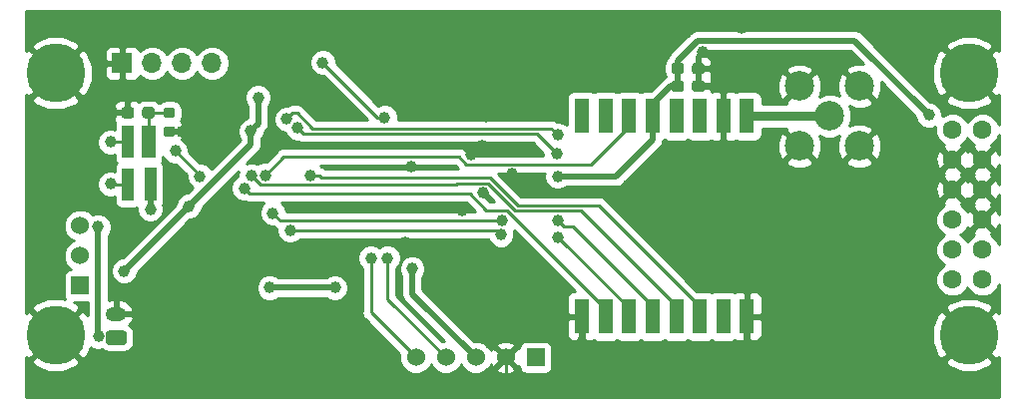
<source format=gtl>
G04 #@! TF.GenerationSoftware,KiCad,Pcbnew,6.0.0-rc1-unknown-ad9916a~66~ubuntu18.04.1*
G04 #@! TF.CreationDate,2018-11-28T14:50:18-03:00*
G04 #@! TF.ProjectId,Femtosat,46656d74-6f73-4617-942e-6b696361645f,rev?*
G04 #@! TF.SameCoordinates,Original*
G04 #@! TF.FileFunction,Copper,L1,Top*
G04 #@! TF.FilePolarity,Positive*
%FSLAX46Y46*%
G04 Gerber Fmt 4.6, Leading zero omitted, Abs format (unit mm)*
G04 Created by KiCad (PCBNEW 6.0.0-rc1-unknown-ad9916a~66~ubuntu18.04.1) date mié 28 nov 2018 14:50:18 -03*
%MOMM*%
%LPD*%
G01*
G04 APERTURE LIST*
G04 #@! TA.AperFunction,ComponentPad*
%ADD10R,1.524000X1.524000*%
G04 #@! TD*
G04 #@! TA.AperFunction,ComponentPad*
%ADD11C,1.524000*%
G04 #@! TD*
G04 #@! TA.AperFunction,ComponentPad*
%ADD12C,5.000000*%
G04 #@! TD*
G04 #@! TA.AperFunction,ComponentPad*
%ADD13C,1.600000*%
G04 #@! TD*
G04 #@! TA.AperFunction,ComponentPad*
%ADD14C,2.500000*%
G04 #@! TD*
G04 #@! TA.AperFunction,Conductor*
%ADD15C,0.100000*%
G04 #@! TD*
G04 #@! TA.AperFunction,SMDPad,CuDef*
%ADD16C,0.950000*%
G04 #@! TD*
G04 #@! TA.AperFunction,SMDPad,CuDef*
%ADD17R,1.200000X2.800000*%
G04 #@! TD*
G04 #@! TA.AperFunction,SMDPad,CuDef*
%ADD18R,1.000000X2.800000*%
G04 #@! TD*
G04 #@! TA.AperFunction,SMDPad,CuDef*
%ADD19C,1.000000*%
G04 #@! TD*
G04 #@! TA.AperFunction,SMDPad,CuDef*
%ADD20R,1.300000X3.000000*%
G04 #@! TD*
G04 #@! TA.AperFunction,ComponentPad*
%ADD21R,1.700000X1.700000*%
G04 #@! TD*
G04 #@! TA.AperFunction,ComponentPad*
%ADD22O,1.700000X1.700000*%
G04 #@! TD*
G04 #@! TA.AperFunction,ComponentPad*
%ADD23C,1.200000*%
G04 #@! TD*
G04 #@! TA.AperFunction,ComponentPad*
%ADD24O,1.750000X1.200000*%
G04 #@! TD*
G04 #@! TA.AperFunction,SMDPad,CuDef*
%ADD25C,0.875000*%
G04 #@! TD*
G04 #@! TA.AperFunction,ViaPad*
%ADD26C,1.000000*%
G04 #@! TD*
G04 #@! TA.AperFunction,Conductor*
%ADD27C,0.500000*%
G04 #@! TD*
G04 #@! TA.AperFunction,Conductor*
%ADD28C,0.250000*%
G04 #@! TD*
G04 #@! TA.AperFunction,Conductor*
%ADD29C,0.800000*%
G04 #@! TD*
G04 #@! TA.AperFunction,Conductor*
%ADD30C,0.254000*%
G04 #@! TD*
G04 APERTURE END LIST*
D10*
G04 #@! TO.P,U5,1*
G04 #@! TO.N,Net-(U5-Pad1)*
X145080000Y-80430000D03*
D11*
G04 #@! TO.P,U5,2*
G04 #@! TO.N,GND*
X142540000Y-80430000D03*
G04 #@! TO.P,U5,3*
G04 #@! TO.N,/3V3*
X140000000Y-80430000D03*
G04 #@! TO.P,U5,4*
G04 #@! TO.N,/SDA*
X137460000Y-80430000D03*
G04 #@! TO.P,U5,5*
G04 #@! TO.N,/SCL*
X134920000Y-80430000D03*
G04 #@! TD*
D12*
G04 #@! TO.P,U2,*
G04 #@! TO.N,GND*
X104360000Y-56285000D03*
X104360000Y-78515000D03*
X181840000Y-56285000D03*
X181840000Y-78515000D03*
D13*
G04 #@! TO.P,U2,1*
G04 #@! TO.N,/3V3*
X180440000Y-61115000D03*
G04 #@! TO.P,U2,2*
X182980000Y-61115000D03*
G04 #@! TO.P,U2,3*
G04 #@! TO.N,GND*
X180440000Y-63655000D03*
G04 #@! TO.P,U2,4*
X182980000Y-63655000D03*
G04 #@! TO.P,U2,5*
X180440000Y-66195000D03*
G04 #@! TO.P,U2,6*
X182980000Y-66195000D03*
G04 #@! TO.P,U2,7*
G04 #@! TO.N,Net-(U2-Pad7)*
X180440000Y-68735000D03*
G04 #@! TO.P,U2,8*
G04 #@! TO.N,GND*
X182980000Y-68735000D03*
G04 #@! TO.P,U2,9*
G04 #@! TO.N,Net-(U2-Pad9)*
X180440000Y-71275000D03*
G04 #@! TO.P,U2,10*
G04 #@! TO.N,/RX*
X182980000Y-71275000D03*
G04 #@! TO.P,U2,11*
G04 #@! TO.N,/TX*
X180440000Y-73815000D03*
G04 #@! TO.P,U2,12*
G04 #@! TO.N,Net-(U2-Pad12)*
X182980000Y-73815000D03*
G04 #@! TD*
D14*
G04 #@! TO.P,J3,2*
G04 #@! TO.N,GND*
X167460000Y-57410000D03*
G04 #@! TO.P,J3,3*
X167460000Y-62490000D03*
G04 #@! TO.P,J3,5*
X172540000Y-57410000D03*
G04 #@! TO.P,J3,4*
X172540000Y-62490000D03*
G04 #@! TO.P,J3,1*
G04 #@! TO.N,/Communication/ANT*
X170000000Y-59950000D03*
G04 #@! TD*
D15*
G04 #@! TO.N,Net-(C6-Pad1)*
G04 #@! TO.C,C6*
G36*
X112535779Y-59176144D02*
X112558834Y-59179563D01*
X112581443Y-59185227D01*
X112603387Y-59193079D01*
X112624457Y-59203044D01*
X112644448Y-59215026D01*
X112663168Y-59228910D01*
X112680438Y-59244562D01*
X112696090Y-59261832D01*
X112709974Y-59280552D01*
X112721956Y-59300543D01*
X112731921Y-59321613D01*
X112739773Y-59343557D01*
X112745437Y-59366166D01*
X112748856Y-59389221D01*
X112750000Y-59412500D01*
X112750000Y-59887500D01*
X112748856Y-59910779D01*
X112745437Y-59933834D01*
X112739773Y-59956443D01*
X112731921Y-59978387D01*
X112721956Y-59999457D01*
X112709974Y-60019448D01*
X112696090Y-60038168D01*
X112680438Y-60055438D01*
X112663168Y-60071090D01*
X112644448Y-60084974D01*
X112624457Y-60096956D01*
X112603387Y-60106921D01*
X112581443Y-60114773D01*
X112558834Y-60120437D01*
X112535779Y-60123856D01*
X112512500Y-60125000D01*
X111937500Y-60125000D01*
X111914221Y-60123856D01*
X111891166Y-60120437D01*
X111868557Y-60114773D01*
X111846613Y-60106921D01*
X111825543Y-60096956D01*
X111805552Y-60084974D01*
X111786832Y-60071090D01*
X111769562Y-60055438D01*
X111753910Y-60038168D01*
X111740026Y-60019448D01*
X111728044Y-59999457D01*
X111718079Y-59978387D01*
X111710227Y-59956443D01*
X111704563Y-59933834D01*
X111701144Y-59910779D01*
X111700000Y-59887500D01*
X111700000Y-59412500D01*
X111701144Y-59389221D01*
X111704563Y-59366166D01*
X111710227Y-59343557D01*
X111718079Y-59321613D01*
X111728044Y-59300543D01*
X111740026Y-59280552D01*
X111753910Y-59261832D01*
X111769562Y-59244562D01*
X111786832Y-59228910D01*
X111805552Y-59215026D01*
X111825543Y-59203044D01*
X111846613Y-59193079D01*
X111868557Y-59185227D01*
X111891166Y-59179563D01*
X111914221Y-59176144D01*
X111937500Y-59175000D01*
X112512500Y-59175000D01*
X112535779Y-59176144D01*
X112535779Y-59176144D01*
G37*
D16*
G04 #@! TD*
G04 #@! TO.P,C6,1*
G04 #@! TO.N,Net-(C6-Pad1)*
X112225000Y-59650000D03*
D15*
G04 #@! TO.N,GND*
G04 #@! TO.C,C6*
G36*
X110785779Y-59176144D02*
X110808834Y-59179563D01*
X110831443Y-59185227D01*
X110853387Y-59193079D01*
X110874457Y-59203044D01*
X110894448Y-59215026D01*
X110913168Y-59228910D01*
X110930438Y-59244562D01*
X110946090Y-59261832D01*
X110959974Y-59280552D01*
X110971956Y-59300543D01*
X110981921Y-59321613D01*
X110989773Y-59343557D01*
X110995437Y-59366166D01*
X110998856Y-59389221D01*
X111000000Y-59412500D01*
X111000000Y-59887500D01*
X110998856Y-59910779D01*
X110995437Y-59933834D01*
X110989773Y-59956443D01*
X110981921Y-59978387D01*
X110971956Y-59999457D01*
X110959974Y-60019448D01*
X110946090Y-60038168D01*
X110930438Y-60055438D01*
X110913168Y-60071090D01*
X110894448Y-60084974D01*
X110874457Y-60096956D01*
X110853387Y-60106921D01*
X110831443Y-60114773D01*
X110808834Y-60120437D01*
X110785779Y-60123856D01*
X110762500Y-60125000D01*
X110187500Y-60125000D01*
X110164221Y-60123856D01*
X110141166Y-60120437D01*
X110118557Y-60114773D01*
X110096613Y-60106921D01*
X110075543Y-60096956D01*
X110055552Y-60084974D01*
X110036832Y-60071090D01*
X110019562Y-60055438D01*
X110003910Y-60038168D01*
X109990026Y-60019448D01*
X109978044Y-59999457D01*
X109968079Y-59978387D01*
X109960227Y-59956443D01*
X109954563Y-59933834D01*
X109951144Y-59910779D01*
X109950000Y-59887500D01*
X109950000Y-59412500D01*
X109951144Y-59389221D01*
X109954563Y-59366166D01*
X109960227Y-59343557D01*
X109968079Y-59321613D01*
X109978044Y-59300543D01*
X109990026Y-59280552D01*
X110003910Y-59261832D01*
X110019562Y-59244562D01*
X110036832Y-59228910D01*
X110055552Y-59215026D01*
X110075543Y-59203044D01*
X110096613Y-59193079D01*
X110118557Y-59185227D01*
X110141166Y-59179563D01*
X110164221Y-59176144D01*
X110187500Y-59175000D01*
X110762500Y-59175000D01*
X110785779Y-59176144D01*
X110785779Y-59176144D01*
G37*
D16*
G04 #@! TD*
G04 #@! TO.P,C6,2*
G04 #@! TO.N,GND*
X110475000Y-59650000D03*
D17*
G04 #@! TO.P,D1,1*
G04 #@! TO.N,Net-(C6-Pad1)*
X112220000Y-62125000D03*
D18*
G04 #@! TO.P,D1,2*
G04 #@! TO.N,/USB_P*
X110500000Y-62125000D03*
G04 #@! TO.P,D1,3*
G04 #@! TO.N,/USB_N*
X110500000Y-65725000D03*
D19*
G04 #@! TO.P,D1,4*
G04 #@! TO.N,/VBUS*
X112400000Y-65725000D03*
D15*
G04 #@! TD*
G04 #@! TO.N,/VBUS*
G04 #@! TO.C,D1*
G36*
X112900000Y-64325000D02*
X112900000Y-67125000D01*
X111900000Y-67125000D01*
X111900000Y-64325000D01*
X112900000Y-64325000D01*
X112900000Y-64325000D01*
G37*
D20*
G04 #@! TO.P,U4,1*
G04 #@! TO.N,GND*
X149000000Y-76950000D03*
G04 #@! TO.P,U4,2*
G04 #@! TO.N,/MISO*
X151000000Y-76950000D03*
G04 #@! TO.P,U4,3*
G04 #@! TO.N,/MOSI*
X153000000Y-76950000D03*
G04 #@! TO.P,U4,4*
G04 #@! TO.N,/SCK*
X155000000Y-76950000D03*
G04 #@! TO.P,U4,5*
G04 #@! TO.N,/TRX_NSS*
X157000000Y-76950000D03*
G04 #@! TO.P,U4,6*
G04 #@! TO.N,/TRX_RST*
X159000000Y-76950000D03*
G04 #@! TO.P,U4,7*
G04 #@! TO.N,/Communication/DIO5*
X161000000Y-76950000D03*
G04 #@! TO.P,U4,8*
G04 #@! TO.N,GND*
X163000000Y-76950000D03*
G04 #@! TO.P,U4,9*
G04 #@! TO.N,/Communication/ANT*
X163000000Y-59950000D03*
G04 #@! TO.P,U4,10*
G04 #@! TO.N,GND*
X161000000Y-59950000D03*
G04 #@! TO.P,U4,11*
G04 #@! TO.N,/Communication/DIO3*
X159000000Y-59950000D03*
G04 #@! TO.P,U4,12*
G04 #@! TO.N,/Communication/DIO4*
X157000000Y-59950000D03*
G04 #@! TO.P,U4,13*
G04 #@! TO.N,/3V3*
X155000000Y-59950000D03*
G04 #@! TO.P,U4,14*
G04 #@! TO.N,/TRX_INT*
X153000000Y-59950000D03*
G04 #@! TO.P,U4,15*
G04 #@! TO.N,/Communication/DIO1*
X151000000Y-59950000D03*
G04 #@! TO.P,U4,16*
G04 #@! TO.N,/Communication/DIO2*
X149000000Y-59950000D03*
G04 #@! TD*
D15*
G04 #@! TO.N,GND*
G04 #@! TO.C,Ca7*
G36*
X159185779Y-55426144D02*
X159208834Y-55429563D01*
X159231443Y-55435227D01*
X159253387Y-55443079D01*
X159274457Y-55453044D01*
X159294448Y-55465026D01*
X159313168Y-55478910D01*
X159330438Y-55494562D01*
X159346090Y-55511832D01*
X159359974Y-55530552D01*
X159371956Y-55550543D01*
X159381921Y-55571613D01*
X159389773Y-55593557D01*
X159395437Y-55616166D01*
X159398856Y-55639221D01*
X159400000Y-55662500D01*
X159400000Y-56137500D01*
X159398856Y-56160779D01*
X159395437Y-56183834D01*
X159389773Y-56206443D01*
X159381921Y-56228387D01*
X159371956Y-56249457D01*
X159359974Y-56269448D01*
X159346090Y-56288168D01*
X159330438Y-56305438D01*
X159313168Y-56321090D01*
X159294448Y-56334974D01*
X159274457Y-56346956D01*
X159253387Y-56356921D01*
X159231443Y-56364773D01*
X159208834Y-56370437D01*
X159185779Y-56373856D01*
X159162500Y-56375000D01*
X158587500Y-56375000D01*
X158564221Y-56373856D01*
X158541166Y-56370437D01*
X158518557Y-56364773D01*
X158496613Y-56356921D01*
X158475543Y-56346956D01*
X158455552Y-56334974D01*
X158436832Y-56321090D01*
X158419562Y-56305438D01*
X158403910Y-56288168D01*
X158390026Y-56269448D01*
X158378044Y-56249457D01*
X158368079Y-56228387D01*
X158360227Y-56206443D01*
X158354563Y-56183834D01*
X158351144Y-56160779D01*
X158350000Y-56137500D01*
X158350000Y-55662500D01*
X158351144Y-55639221D01*
X158354563Y-55616166D01*
X158360227Y-55593557D01*
X158368079Y-55571613D01*
X158378044Y-55550543D01*
X158390026Y-55530552D01*
X158403910Y-55511832D01*
X158419562Y-55494562D01*
X158436832Y-55478910D01*
X158455552Y-55465026D01*
X158475543Y-55453044D01*
X158496613Y-55443079D01*
X158518557Y-55435227D01*
X158541166Y-55429563D01*
X158564221Y-55426144D01*
X158587500Y-55425000D01*
X159162500Y-55425000D01*
X159185779Y-55426144D01*
X159185779Y-55426144D01*
G37*
D16*
G04 #@! TD*
G04 #@! TO.P,Ca7,1*
G04 #@! TO.N,GND*
X158875000Y-55900000D03*
D15*
G04 #@! TO.N,/3V3*
G04 #@! TO.C,Ca7*
G36*
X157435779Y-55426144D02*
X157458834Y-55429563D01*
X157481443Y-55435227D01*
X157503387Y-55443079D01*
X157524457Y-55453044D01*
X157544448Y-55465026D01*
X157563168Y-55478910D01*
X157580438Y-55494562D01*
X157596090Y-55511832D01*
X157609974Y-55530552D01*
X157621956Y-55550543D01*
X157631921Y-55571613D01*
X157639773Y-55593557D01*
X157645437Y-55616166D01*
X157648856Y-55639221D01*
X157650000Y-55662500D01*
X157650000Y-56137500D01*
X157648856Y-56160779D01*
X157645437Y-56183834D01*
X157639773Y-56206443D01*
X157631921Y-56228387D01*
X157621956Y-56249457D01*
X157609974Y-56269448D01*
X157596090Y-56288168D01*
X157580438Y-56305438D01*
X157563168Y-56321090D01*
X157544448Y-56334974D01*
X157524457Y-56346956D01*
X157503387Y-56356921D01*
X157481443Y-56364773D01*
X157458834Y-56370437D01*
X157435779Y-56373856D01*
X157412500Y-56375000D01*
X156837500Y-56375000D01*
X156814221Y-56373856D01*
X156791166Y-56370437D01*
X156768557Y-56364773D01*
X156746613Y-56356921D01*
X156725543Y-56346956D01*
X156705552Y-56334974D01*
X156686832Y-56321090D01*
X156669562Y-56305438D01*
X156653910Y-56288168D01*
X156640026Y-56269448D01*
X156628044Y-56249457D01*
X156618079Y-56228387D01*
X156610227Y-56206443D01*
X156604563Y-56183834D01*
X156601144Y-56160779D01*
X156600000Y-56137500D01*
X156600000Y-55662500D01*
X156601144Y-55639221D01*
X156604563Y-55616166D01*
X156610227Y-55593557D01*
X156618079Y-55571613D01*
X156628044Y-55550543D01*
X156640026Y-55530552D01*
X156653910Y-55511832D01*
X156669562Y-55494562D01*
X156686832Y-55478910D01*
X156705552Y-55465026D01*
X156725543Y-55453044D01*
X156746613Y-55443079D01*
X156768557Y-55435227D01*
X156791166Y-55429563D01*
X156814221Y-55426144D01*
X156837500Y-55425000D01*
X157412500Y-55425000D01*
X157435779Y-55426144D01*
X157435779Y-55426144D01*
G37*
D16*
G04 #@! TD*
G04 #@! TO.P,Ca7,2*
G04 #@! TO.N,/3V3*
X157125000Y-55900000D03*
D15*
G04 #@! TO.N,/3V3*
G04 #@! TO.C,Cb7*
G36*
X157435779Y-56926144D02*
X157458834Y-56929563D01*
X157481443Y-56935227D01*
X157503387Y-56943079D01*
X157524457Y-56953044D01*
X157544448Y-56965026D01*
X157563168Y-56978910D01*
X157580438Y-56994562D01*
X157596090Y-57011832D01*
X157609974Y-57030552D01*
X157621956Y-57050543D01*
X157631921Y-57071613D01*
X157639773Y-57093557D01*
X157645437Y-57116166D01*
X157648856Y-57139221D01*
X157650000Y-57162500D01*
X157650000Y-57637500D01*
X157648856Y-57660779D01*
X157645437Y-57683834D01*
X157639773Y-57706443D01*
X157631921Y-57728387D01*
X157621956Y-57749457D01*
X157609974Y-57769448D01*
X157596090Y-57788168D01*
X157580438Y-57805438D01*
X157563168Y-57821090D01*
X157544448Y-57834974D01*
X157524457Y-57846956D01*
X157503387Y-57856921D01*
X157481443Y-57864773D01*
X157458834Y-57870437D01*
X157435779Y-57873856D01*
X157412500Y-57875000D01*
X156837500Y-57875000D01*
X156814221Y-57873856D01*
X156791166Y-57870437D01*
X156768557Y-57864773D01*
X156746613Y-57856921D01*
X156725543Y-57846956D01*
X156705552Y-57834974D01*
X156686832Y-57821090D01*
X156669562Y-57805438D01*
X156653910Y-57788168D01*
X156640026Y-57769448D01*
X156628044Y-57749457D01*
X156618079Y-57728387D01*
X156610227Y-57706443D01*
X156604563Y-57683834D01*
X156601144Y-57660779D01*
X156600000Y-57637500D01*
X156600000Y-57162500D01*
X156601144Y-57139221D01*
X156604563Y-57116166D01*
X156610227Y-57093557D01*
X156618079Y-57071613D01*
X156628044Y-57050543D01*
X156640026Y-57030552D01*
X156653910Y-57011832D01*
X156669562Y-56994562D01*
X156686832Y-56978910D01*
X156705552Y-56965026D01*
X156725543Y-56953044D01*
X156746613Y-56943079D01*
X156768557Y-56935227D01*
X156791166Y-56929563D01*
X156814221Y-56926144D01*
X156837500Y-56925000D01*
X157412500Y-56925000D01*
X157435779Y-56926144D01*
X157435779Y-56926144D01*
G37*
D16*
G04 #@! TD*
G04 #@! TO.P,Cb7,2*
G04 #@! TO.N,/3V3*
X157125000Y-57400000D03*
D15*
G04 #@! TO.N,GND*
G04 #@! TO.C,Cb7*
G36*
X159185779Y-56926144D02*
X159208834Y-56929563D01*
X159231443Y-56935227D01*
X159253387Y-56943079D01*
X159274457Y-56953044D01*
X159294448Y-56965026D01*
X159313168Y-56978910D01*
X159330438Y-56994562D01*
X159346090Y-57011832D01*
X159359974Y-57030552D01*
X159371956Y-57050543D01*
X159381921Y-57071613D01*
X159389773Y-57093557D01*
X159395437Y-57116166D01*
X159398856Y-57139221D01*
X159400000Y-57162500D01*
X159400000Y-57637500D01*
X159398856Y-57660779D01*
X159395437Y-57683834D01*
X159389773Y-57706443D01*
X159381921Y-57728387D01*
X159371956Y-57749457D01*
X159359974Y-57769448D01*
X159346090Y-57788168D01*
X159330438Y-57805438D01*
X159313168Y-57821090D01*
X159294448Y-57834974D01*
X159274457Y-57846956D01*
X159253387Y-57856921D01*
X159231443Y-57864773D01*
X159208834Y-57870437D01*
X159185779Y-57873856D01*
X159162500Y-57875000D01*
X158587500Y-57875000D01*
X158564221Y-57873856D01*
X158541166Y-57870437D01*
X158518557Y-57864773D01*
X158496613Y-57856921D01*
X158475543Y-57846956D01*
X158455552Y-57834974D01*
X158436832Y-57821090D01*
X158419562Y-57805438D01*
X158403910Y-57788168D01*
X158390026Y-57769448D01*
X158378044Y-57749457D01*
X158368079Y-57728387D01*
X158360227Y-57706443D01*
X158354563Y-57683834D01*
X158351144Y-57660779D01*
X158350000Y-57637500D01*
X158350000Y-57162500D01*
X158351144Y-57139221D01*
X158354563Y-57116166D01*
X158360227Y-57093557D01*
X158368079Y-57071613D01*
X158378044Y-57050543D01*
X158390026Y-57030552D01*
X158403910Y-57011832D01*
X158419562Y-56994562D01*
X158436832Y-56978910D01*
X158455552Y-56965026D01*
X158475543Y-56953044D01*
X158496613Y-56943079D01*
X158518557Y-56935227D01*
X158541166Y-56929563D01*
X158564221Y-56926144D01*
X158587500Y-56925000D01*
X159162500Y-56925000D01*
X159185779Y-56926144D01*
X159185779Y-56926144D01*
G37*
D16*
G04 #@! TD*
G04 #@! TO.P,Cb7,1*
G04 #@! TO.N,GND*
X158875000Y-57400000D03*
D21*
G04 #@! TO.P,J2,1*
G04 #@! TO.N,GND*
X110000000Y-55450000D03*
D22*
G04 #@! TO.P,J2,2*
G04 #@! TO.N,/RESET*
X112540000Y-55450000D03*
G04 #@! TO.P,J2,3*
G04 #@! TO.N,/SWCLK*
X115080000Y-55450000D03*
G04 #@! TO.P,J2,4*
G04 #@! TO.N,/SWDIO*
X117620000Y-55450000D03*
G04 #@! TD*
D15*
G04 #@! TO.N,/VBAT*
G04 #@! TO.C,J4*
G36*
X110149505Y-78151204D02*
X110173773Y-78154804D01*
X110197572Y-78160765D01*
X110220671Y-78169030D01*
X110242850Y-78179520D01*
X110263893Y-78192132D01*
X110283599Y-78206747D01*
X110301777Y-78223223D01*
X110318253Y-78241401D01*
X110332868Y-78261107D01*
X110345480Y-78282150D01*
X110355970Y-78304329D01*
X110364235Y-78327428D01*
X110370196Y-78351227D01*
X110373796Y-78375495D01*
X110375000Y-78399999D01*
X110375000Y-79100001D01*
X110373796Y-79124505D01*
X110370196Y-79148773D01*
X110364235Y-79172572D01*
X110355970Y-79195671D01*
X110345480Y-79217850D01*
X110332868Y-79238893D01*
X110318253Y-79258599D01*
X110301777Y-79276777D01*
X110283599Y-79293253D01*
X110263893Y-79307868D01*
X110242850Y-79320480D01*
X110220671Y-79330970D01*
X110197572Y-79339235D01*
X110173773Y-79345196D01*
X110149505Y-79348796D01*
X110125001Y-79350000D01*
X108874999Y-79350000D01*
X108850495Y-79348796D01*
X108826227Y-79345196D01*
X108802428Y-79339235D01*
X108779329Y-79330970D01*
X108757150Y-79320480D01*
X108736107Y-79307868D01*
X108716401Y-79293253D01*
X108698223Y-79276777D01*
X108681747Y-79258599D01*
X108667132Y-79238893D01*
X108654520Y-79217850D01*
X108644030Y-79195671D01*
X108635765Y-79172572D01*
X108629804Y-79148773D01*
X108626204Y-79124505D01*
X108625000Y-79100001D01*
X108625000Y-78399999D01*
X108626204Y-78375495D01*
X108629804Y-78351227D01*
X108635765Y-78327428D01*
X108644030Y-78304329D01*
X108654520Y-78282150D01*
X108667132Y-78261107D01*
X108681747Y-78241401D01*
X108698223Y-78223223D01*
X108716401Y-78206747D01*
X108736107Y-78192132D01*
X108757150Y-78179520D01*
X108779329Y-78169030D01*
X108802428Y-78160765D01*
X108826227Y-78154804D01*
X108850495Y-78151204D01*
X108874999Y-78150000D01*
X110125001Y-78150000D01*
X110149505Y-78151204D01*
X110149505Y-78151204D01*
G37*
D23*
G04 #@! TD*
G04 #@! TO.P,J4,1*
G04 #@! TO.N,/VBAT*
X109500000Y-78750000D03*
D24*
G04 #@! TO.P,J4,2*
G04 #@! TO.N,GND*
X109500000Y-76750000D03*
G04 #@! TD*
D15*
G04 #@! TO.N,GND*
G04 #@! TO.C,R2*
G36*
X114277691Y-60801053D02*
X114298926Y-60804203D01*
X114319750Y-60809419D01*
X114339962Y-60816651D01*
X114359368Y-60825830D01*
X114377781Y-60836866D01*
X114395024Y-60849654D01*
X114410930Y-60864070D01*
X114425346Y-60879976D01*
X114438134Y-60897219D01*
X114449170Y-60915632D01*
X114458349Y-60935038D01*
X114465581Y-60955250D01*
X114470797Y-60976074D01*
X114473947Y-60997309D01*
X114475000Y-61018750D01*
X114475000Y-61456250D01*
X114473947Y-61477691D01*
X114470797Y-61498926D01*
X114465581Y-61519750D01*
X114458349Y-61539962D01*
X114449170Y-61559368D01*
X114438134Y-61577781D01*
X114425346Y-61595024D01*
X114410930Y-61610930D01*
X114395024Y-61625346D01*
X114377781Y-61638134D01*
X114359368Y-61649170D01*
X114339962Y-61658349D01*
X114319750Y-61665581D01*
X114298926Y-61670797D01*
X114277691Y-61673947D01*
X114256250Y-61675000D01*
X113743750Y-61675000D01*
X113722309Y-61673947D01*
X113701074Y-61670797D01*
X113680250Y-61665581D01*
X113660038Y-61658349D01*
X113640632Y-61649170D01*
X113622219Y-61638134D01*
X113604976Y-61625346D01*
X113589070Y-61610930D01*
X113574654Y-61595024D01*
X113561866Y-61577781D01*
X113550830Y-61559368D01*
X113541651Y-61539962D01*
X113534419Y-61519750D01*
X113529203Y-61498926D01*
X113526053Y-61477691D01*
X113525000Y-61456250D01*
X113525000Y-61018750D01*
X113526053Y-60997309D01*
X113529203Y-60976074D01*
X113534419Y-60955250D01*
X113541651Y-60935038D01*
X113550830Y-60915632D01*
X113561866Y-60897219D01*
X113574654Y-60879976D01*
X113589070Y-60864070D01*
X113604976Y-60849654D01*
X113622219Y-60836866D01*
X113640632Y-60825830D01*
X113660038Y-60816651D01*
X113680250Y-60809419D01*
X113701074Y-60804203D01*
X113722309Y-60801053D01*
X113743750Y-60800000D01*
X114256250Y-60800000D01*
X114277691Y-60801053D01*
X114277691Y-60801053D01*
G37*
D25*
G04 #@! TD*
G04 #@! TO.P,R2,2*
G04 #@! TO.N,GND*
X114000000Y-61237500D03*
D15*
G04 #@! TO.N,Net-(C6-Pad1)*
G04 #@! TO.C,R2*
G36*
X114277691Y-59226053D02*
X114298926Y-59229203D01*
X114319750Y-59234419D01*
X114339962Y-59241651D01*
X114359368Y-59250830D01*
X114377781Y-59261866D01*
X114395024Y-59274654D01*
X114410930Y-59289070D01*
X114425346Y-59304976D01*
X114438134Y-59322219D01*
X114449170Y-59340632D01*
X114458349Y-59360038D01*
X114465581Y-59380250D01*
X114470797Y-59401074D01*
X114473947Y-59422309D01*
X114475000Y-59443750D01*
X114475000Y-59881250D01*
X114473947Y-59902691D01*
X114470797Y-59923926D01*
X114465581Y-59944750D01*
X114458349Y-59964962D01*
X114449170Y-59984368D01*
X114438134Y-60002781D01*
X114425346Y-60020024D01*
X114410930Y-60035930D01*
X114395024Y-60050346D01*
X114377781Y-60063134D01*
X114359368Y-60074170D01*
X114339962Y-60083349D01*
X114319750Y-60090581D01*
X114298926Y-60095797D01*
X114277691Y-60098947D01*
X114256250Y-60100000D01*
X113743750Y-60100000D01*
X113722309Y-60098947D01*
X113701074Y-60095797D01*
X113680250Y-60090581D01*
X113660038Y-60083349D01*
X113640632Y-60074170D01*
X113622219Y-60063134D01*
X113604976Y-60050346D01*
X113589070Y-60035930D01*
X113574654Y-60020024D01*
X113561866Y-60002781D01*
X113550830Y-59984368D01*
X113541651Y-59964962D01*
X113534419Y-59944750D01*
X113529203Y-59923926D01*
X113526053Y-59902691D01*
X113525000Y-59881250D01*
X113525000Y-59443750D01*
X113526053Y-59422309D01*
X113529203Y-59401074D01*
X113534419Y-59380250D01*
X113541651Y-59360038D01*
X113550830Y-59340632D01*
X113561866Y-59322219D01*
X113574654Y-59304976D01*
X113589070Y-59289070D01*
X113604976Y-59274654D01*
X113622219Y-59261866D01*
X113640632Y-59250830D01*
X113660038Y-59241651D01*
X113680250Y-59234419D01*
X113701074Y-59229203D01*
X113722309Y-59226053D01*
X113743750Y-59225000D01*
X114256250Y-59225000D01*
X114277691Y-59226053D01*
X114277691Y-59226053D01*
G37*
D25*
G04 #@! TD*
G04 #@! TO.P,R2,1*
G04 #@! TO.N,Net-(C6-Pad1)*
X114000000Y-59662500D03*
D10*
G04 #@! TO.P,U3,1*
G04 #@! TO.N,/3V3*
X106450000Y-74340000D03*
D11*
G04 #@! TO.P,U3,2*
G04 #@! TO.N,/Power/REG_USB*
X106450000Y-71800000D03*
G04 #@! TO.P,U3,3*
G04 #@! TO.N,/VBAT*
X106450000Y-69260000D03*
G04 #@! TD*
D26*
G04 #@! TO.N,/3V3*
X110150000Y-73100000D03*
X120900000Y-61200000D03*
X121550000Y-58350000D03*
X128050000Y-74500000D03*
X122500000Y-74500000D03*
X115650000Y-67600000D03*
X146950000Y-65050000D03*
X134600000Y-72900000D03*
X178450000Y-59850000D03*
G04 #@! TO.N,GND*
X114300000Y-81500000D03*
X115800000Y-81550000D03*
X127050000Y-72950000D03*
X127100000Y-71450000D03*
X139600000Y-63200000D03*
X140550000Y-62450000D03*
X109200000Y-59650000D03*
X115050000Y-61250000D03*
X107250000Y-61150000D03*
X107350000Y-67450000D03*
X159250000Y-54500000D03*
X160250000Y-55900000D03*
X163050000Y-79300000D03*
X149000000Y-79150000D03*
X126200000Y-57300000D03*
X134500000Y-64200000D03*
X138850000Y-67950000D03*
X118800000Y-76300000D03*
X140850000Y-60000000D03*
X140606135Y-66449999D03*
X143100000Y-64850001D03*
X110000000Y-57450000D03*
X134000000Y-70650000D03*
X142550000Y-82300000D03*
X175200000Y-54750000D03*
X162550000Y-52500000D03*
G04 #@! TO.N,/USB_P*
X109000000Y-62150000D03*
G04 #@! TO.N,/USB_N*
X109000000Y-65700000D03*
G04 #@! TO.N,/VBUS*
X112400000Y-67850000D03*
G04 #@! TO.N,/USB/ID*
X114500000Y-62900000D03*
X116600000Y-65050000D03*
G04 #@! TO.N,/SWDIO*
X127000000Y-55399999D03*
X132250000Y-60050000D03*
G04 #@! TO.N,/SDA*
X132500000Y-72000000D03*
G04 #@! TO.N,/SCL*
X131100000Y-72000000D03*
G04 #@! TO.N,/MOSI*
X124250000Y-69625000D03*
X142146045Y-69995491D03*
X147000000Y-70200000D03*
G04 #@! TO.N,/SCK*
X122779109Y-68166951D03*
X142250000Y-68800000D03*
X147000000Y-68800000D03*
G04 #@! TO.N,/MISO*
X120346225Y-66050306D03*
G04 #@! TO.N,/TX*
X124900000Y-60950000D03*
X146850000Y-63150000D03*
G04 #@! TO.N,/RX*
X123973682Y-60187150D03*
X146950000Y-61550000D03*
G04 #@! TO.N,/TRX_NSS*
X120951356Y-65007078D03*
G04 #@! TO.N,/TRX_RST*
X126000000Y-64950001D03*
G04 #@! TO.N,/TRX_INT*
X122150000Y-64950000D03*
G04 #@! TO.N,/VBAT*
X107950000Y-69350000D03*
X108000000Y-78650000D03*
G04 #@! TD*
D27*
G04 #@! TO.N,/3V3*
X120900000Y-62350000D02*
X120900000Y-61200000D01*
X156500000Y-57400000D02*
X157125000Y-57400000D01*
X155000000Y-58900000D02*
X156500000Y-57400000D01*
X155000000Y-59950000D02*
X155000000Y-58900000D01*
X157125000Y-57400000D02*
X157125000Y-55900000D01*
X121550000Y-60550000D02*
X120900000Y-61200000D01*
X121550000Y-58350000D02*
X121550000Y-60550000D01*
X128050000Y-74500000D02*
X122500000Y-74500000D01*
X110150000Y-73100000D02*
X115650000Y-67600000D01*
X115650000Y-67600000D02*
X120900000Y-62350000D01*
X155000000Y-61950000D02*
X155000000Y-59950000D01*
X151900000Y-65050000D02*
X155000000Y-61950000D01*
X146950000Y-65050000D02*
X151900000Y-65050000D01*
X134600000Y-75030000D02*
X140000000Y-80430000D01*
X134600000Y-72900000D02*
X134600000Y-75030000D01*
X172149999Y-53549999D02*
X178450000Y-59850000D01*
X158793999Y-53549999D02*
X172149999Y-53549999D01*
X157125000Y-55900000D02*
X157125000Y-55218998D01*
X157125000Y-55218998D02*
X158793999Y-53549999D01*
G04 #@! TO.N,GND*
X110475000Y-59650000D02*
X109200000Y-59650000D01*
X114000000Y-61237500D02*
X115037500Y-61237500D01*
X115037500Y-61237500D02*
X115050000Y-61250000D01*
X159500000Y-57400000D02*
X158875000Y-57400000D01*
X160450000Y-57400000D02*
X159500000Y-57400000D01*
X161000000Y-57950000D02*
X160450000Y-57400000D01*
X161000000Y-59950000D02*
X161000000Y-57950000D01*
X158875000Y-57400000D02*
X158875000Y-55900000D01*
X158875000Y-55900000D02*
X158875000Y-54875000D01*
X158875000Y-54875000D02*
X159250000Y-54500000D01*
X158875000Y-55900000D02*
X160250000Y-55900000D01*
X163000000Y-76950000D02*
X163000000Y-79250000D01*
X163000000Y-79250000D02*
X163050000Y-79300000D01*
X149000000Y-76950000D02*
X149000000Y-79150000D01*
D28*
X142540000Y-80430000D02*
X142540000Y-82290000D01*
X142540000Y-82290000D02*
X142550000Y-82300000D01*
G04 #@! TO.N,Net-(C6-Pad1)*
X113987500Y-59650000D02*
X114000000Y-59662500D01*
X112225000Y-59650000D02*
X113987500Y-59650000D01*
X112220000Y-59655000D02*
X112225000Y-59650000D01*
X112220000Y-62125000D02*
X112220000Y-59655000D01*
G04 #@! TO.N,/USB_P*
X110500000Y-62125000D02*
X109025000Y-62125000D01*
X109025000Y-62125000D02*
X109000000Y-62150000D01*
G04 #@! TO.N,/USB_N*
X110500000Y-65725000D02*
X109025000Y-65725000D01*
X109025000Y-65725000D02*
X109000000Y-65700000D01*
D27*
G04 #@! TO.N,/VBUS*
X112400000Y-67850000D02*
X112400000Y-65725000D01*
D28*
G04 #@! TO.N,/USB/ID*
X114500000Y-62900000D02*
X116600000Y-65000000D01*
X116600000Y-65000000D02*
X116600000Y-65050000D01*
G04 #@! TO.N,/SWDIO*
X127000000Y-55399999D02*
X131650001Y-60050000D01*
X131650001Y-60050000D02*
X132250000Y-60050000D01*
G04 #@! TO.N,/SDA*
X132500000Y-75470000D02*
X137460000Y-80430000D01*
X132500000Y-72000000D02*
X132500000Y-75470000D01*
G04 #@! TO.N,/SCL*
X131100000Y-76610000D02*
X134920000Y-80430000D01*
X131100000Y-72000000D02*
X131100000Y-76610000D01*
G04 #@! TO.N,/MOSI*
X124250000Y-69625000D02*
X141775554Y-69625000D01*
X141775554Y-69625000D02*
X142146045Y-69995491D01*
X153000000Y-76200000D02*
X153000000Y-76950000D01*
X147000000Y-70200000D02*
X153000000Y-76200000D01*
G04 #@! TO.N,/SCK*
X122779109Y-68166951D02*
X123412158Y-68800000D01*
X123412158Y-68800000D02*
X142250000Y-68800000D01*
X155000000Y-76100000D02*
X155000000Y-76950000D01*
X148199999Y-69299999D02*
X155000000Y-76100000D01*
X147499999Y-69299999D02*
X148199999Y-69299999D01*
X147000000Y-68800000D02*
X147499999Y-69299999D01*
G04 #@! TO.N,/MISO*
X151000000Y-76328998D02*
X151000000Y-76950000D01*
X142646001Y-67974999D02*
X151000000Y-76328998D01*
X139485439Y-66550305D02*
X140910133Y-67974999D01*
X140910133Y-67974999D02*
X142646001Y-67974999D01*
X120846224Y-66550305D02*
X139485439Y-66550305D01*
X120346225Y-66050306D02*
X120846224Y-66550305D01*
G04 #@! TO.N,/TX*
X145149999Y-61449999D02*
X146850000Y-63150000D01*
X124900000Y-60950000D02*
X125399999Y-61449999D01*
X125399999Y-61449999D02*
X145149999Y-61449999D01*
G04 #@! TO.N,/RX*
X146399990Y-60999990D02*
X146950000Y-61550000D01*
X126170992Y-60999990D02*
X146399990Y-60999990D01*
X124858153Y-59687151D02*
X126170992Y-60999990D01*
X123973682Y-60187150D02*
X124473681Y-59687151D01*
X124473681Y-59687151D02*
X124858153Y-59687151D01*
G04 #@! TO.N,/TRX_NSS*
X157000000Y-76100000D02*
X157000000Y-76950000D01*
X148874999Y-67974999D02*
X157000000Y-76100000D01*
X143353996Y-67974999D02*
X148874999Y-67974999D01*
X141003996Y-65624999D02*
X143353996Y-67974999D01*
X138453999Y-65624999D02*
X141003996Y-65624999D01*
X138303997Y-65775001D02*
X138453999Y-65624999D01*
X121719279Y-65775001D02*
X138303997Y-65775001D01*
X120951356Y-65007078D02*
X121719279Y-65775001D01*
G04 #@! TO.N,/TRX_RST*
X159000000Y-76100000D02*
X159000000Y-76950000D01*
X150424989Y-67524989D02*
X159000000Y-76100000D01*
X143540396Y-67524989D02*
X150424989Y-67524989D01*
X141190397Y-65174990D02*
X143540396Y-67524989D01*
X126932095Y-65174990D02*
X141190397Y-65174990D01*
X126707106Y-64950001D02*
X126932095Y-65174990D01*
X126000000Y-64950001D02*
X126707106Y-64950001D01*
G04 #@! TO.N,/TRX_INT*
X153000000Y-60800000D02*
X153000000Y-59950000D01*
X149774999Y-64025001D02*
X153000000Y-60800000D01*
X138553997Y-63374999D02*
X139203999Y-64025001D01*
X139203999Y-64025001D02*
X149774999Y-64025001D01*
X123725001Y-63374999D02*
X138553997Y-63374999D01*
X122150000Y-64950000D02*
X123725001Y-63374999D01*
D27*
G04 #@! TO.N,/VBAT*
X107950000Y-69350000D02*
X107950000Y-78600000D01*
X107950000Y-78600000D02*
X108000000Y-78650000D01*
D29*
G04 #@! TO.N,/Communication/ANT*
X163000000Y-59950000D02*
X170000000Y-59950000D01*
G04 #@! TD*
D30*
G04 #@! TO.N,GND*
G36*
X184365000Y-54421408D02*
X184075880Y-54228725D01*
X182019605Y-56285000D01*
X184075880Y-58341275D01*
X184365000Y-58148592D01*
X184365000Y-60708851D01*
X184196534Y-60302138D01*
X183792862Y-59898466D01*
X183265439Y-59680000D01*
X182694561Y-59680000D01*
X182167138Y-59898466D01*
X181763466Y-60302138D01*
X181710000Y-60431216D01*
X181656534Y-60302138D01*
X181252862Y-59898466D01*
X180725439Y-59680000D01*
X180154561Y-59680000D01*
X179627138Y-59898466D01*
X179585000Y-59940604D01*
X179585000Y-59624234D01*
X179412207Y-59207074D01*
X179092926Y-58887793D01*
X178675766Y-58715000D01*
X178566579Y-58715000D01*
X178372459Y-58520880D01*
X179783725Y-58520880D01*
X180065421Y-58943564D01*
X181217892Y-59420294D01*
X182465072Y-59419705D01*
X183614579Y-58943564D01*
X183896275Y-58520880D01*
X181840000Y-56464605D01*
X179783725Y-58520880D01*
X178372459Y-58520880D01*
X175514471Y-55662892D01*
X178704706Y-55662892D01*
X178705295Y-56910072D01*
X179181436Y-58059579D01*
X179604120Y-58341275D01*
X181660395Y-56285000D01*
X179604120Y-54228725D01*
X179181436Y-54510421D01*
X178704706Y-55662892D01*
X175514471Y-55662892D01*
X173900699Y-54049120D01*
X179783725Y-54049120D01*
X181840000Y-56105395D01*
X183896275Y-54049120D01*
X183614579Y-53626436D01*
X182462108Y-53149706D01*
X181214928Y-53150295D01*
X180065421Y-53626436D01*
X179783725Y-54049120D01*
X173900699Y-54049120D01*
X172837424Y-52985846D01*
X172788048Y-52911950D01*
X172495309Y-52716347D01*
X172237164Y-52664999D01*
X172237160Y-52664999D01*
X172149999Y-52647662D01*
X172062838Y-52664999D01*
X158881159Y-52664999D01*
X158793998Y-52647662D01*
X158706837Y-52664999D01*
X158706834Y-52664999D01*
X158448689Y-52716347D01*
X158229844Y-52862575D01*
X158229843Y-52862576D01*
X158155950Y-52911950D01*
X158106576Y-52985843D01*
X156560845Y-54531575D01*
X156486952Y-54580949D01*
X156437578Y-54654842D01*
X156437576Y-54654844D01*
X156291348Y-54873689D01*
X156276418Y-54948750D01*
X156266142Y-55000412D01*
X156211753Y-55036753D01*
X156019922Y-55323848D01*
X155952560Y-55662500D01*
X155952560Y-56137500D01*
X156019922Y-56476152D01*
X156103185Y-56600763D01*
X155935845Y-56712576D01*
X155935844Y-56712577D01*
X155861951Y-56761951D01*
X155812577Y-56835844D01*
X154845862Y-57802560D01*
X154350000Y-57802560D01*
X154102235Y-57851843D01*
X154000000Y-57920155D01*
X153897765Y-57851843D01*
X153650000Y-57802560D01*
X152350000Y-57802560D01*
X152102235Y-57851843D01*
X152000000Y-57920155D01*
X151897765Y-57851843D01*
X151650000Y-57802560D01*
X150350000Y-57802560D01*
X150102235Y-57851843D01*
X150000000Y-57920155D01*
X149897765Y-57851843D01*
X149650000Y-57802560D01*
X148350000Y-57802560D01*
X148102235Y-57851843D01*
X147892191Y-57992191D01*
X147751843Y-58202235D01*
X147702560Y-58450000D01*
X147702560Y-60697427D01*
X147592926Y-60587793D01*
X147175766Y-60415000D01*
X146892453Y-60415000D01*
X146696527Y-60284086D01*
X146474842Y-60239990D01*
X146474837Y-60239990D01*
X146399990Y-60225102D01*
X146325143Y-60239990D01*
X133385000Y-60239990D01*
X133385000Y-59824234D01*
X133212207Y-59407074D01*
X132892926Y-59087793D01*
X132475766Y-58915000D01*
X132024234Y-58915000D01*
X131717045Y-59042241D01*
X128135000Y-55460198D01*
X128135000Y-55174233D01*
X127962207Y-54757073D01*
X127642926Y-54437792D01*
X127225766Y-54264999D01*
X126774234Y-54264999D01*
X126357074Y-54437792D01*
X126037793Y-54757073D01*
X125865000Y-55174233D01*
X125865000Y-55625765D01*
X126037793Y-56042925D01*
X126357074Y-56362206D01*
X126774234Y-56534999D01*
X127060199Y-56534999D01*
X130765188Y-60239990D01*
X126485794Y-60239990D01*
X125448484Y-59202681D01*
X125406082Y-59139222D01*
X125154690Y-58971247D01*
X124933005Y-58927151D01*
X124933000Y-58927151D01*
X124858153Y-58912263D01*
X124783306Y-58927151D01*
X124548527Y-58927151D01*
X124473680Y-58912263D01*
X124398833Y-58927151D01*
X124398829Y-58927151D01*
X124177144Y-58971247D01*
X124144699Y-58992926D01*
X124056064Y-59052150D01*
X123747916Y-59052150D01*
X123330756Y-59224943D01*
X123011475Y-59544224D01*
X122838682Y-59961384D01*
X122838682Y-60412916D01*
X123011475Y-60830076D01*
X123330756Y-61149357D01*
X123747916Y-61322150D01*
X123825634Y-61322150D01*
X123937793Y-61592926D01*
X124257074Y-61912207D01*
X124674234Y-62085000D01*
X124982382Y-62085000D01*
X125103462Y-62165903D01*
X125325147Y-62209999D01*
X125325151Y-62209999D01*
X125399998Y-62224887D01*
X125474845Y-62209999D01*
X144835198Y-62209999D01*
X145715000Y-63089802D01*
X145715000Y-63265001D01*
X139518801Y-63265001D01*
X139144328Y-62890529D01*
X139101926Y-62827070D01*
X138850534Y-62659095D01*
X138628849Y-62614999D01*
X138628844Y-62614999D01*
X138553997Y-62600111D01*
X138479150Y-62614999D01*
X123799849Y-62614999D01*
X123725001Y-62600111D01*
X123650153Y-62614999D01*
X123650149Y-62614999D01*
X123487988Y-62647255D01*
X123428463Y-62659095D01*
X123306889Y-62740329D01*
X123177072Y-62827070D01*
X123134672Y-62890526D01*
X122210199Y-63815000D01*
X121924234Y-63815000D01*
X121507074Y-63987793D01*
X121492256Y-64002611D01*
X121177122Y-63872078D01*
X120725590Y-63872078D01*
X120561556Y-63940023D01*
X121464156Y-63037423D01*
X121538049Y-62988049D01*
X121733652Y-62695310D01*
X121785000Y-62437165D01*
X121785000Y-62437161D01*
X121802337Y-62350001D01*
X121785000Y-62262841D01*
X121785000Y-61920133D01*
X121862207Y-61842926D01*
X122035000Y-61425766D01*
X122035000Y-61316579D01*
X122114156Y-61237423D01*
X122188049Y-61188049D01*
X122249197Y-61096536D01*
X122383652Y-60895310D01*
X122387721Y-60874852D01*
X122435000Y-60637165D01*
X122435000Y-60637161D01*
X122452337Y-60550000D01*
X122435000Y-60462839D01*
X122435000Y-59070133D01*
X122512207Y-58992926D01*
X122685000Y-58575766D01*
X122685000Y-58124234D01*
X122512207Y-57707074D01*
X122192926Y-57387793D01*
X121775766Y-57215000D01*
X121324234Y-57215000D01*
X120907074Y-57387793D01*
X120587793Y-57707074D01*
X120415000Y-58124234D01*
X120415000Y-58575766D01*
X120587793Y-58992926D01*
X120665000Y-59070133D01*
X120665001Y-60068825D01*
X120257074Y-60237793D01*
X119937793Y-60557074D01*
X119765000Y-60974234D01*
X119765000Y-61425766D01*
X119937793Y-61842926D01*
X120015000Y-61920133D01*
X120015000Y-61983421D01*
X117570742Y-64427679D01*
X117562207Y-64407074D01*
X117242926Y-64087793D01*
X116825766Y-63915000D01*
X116589802Y-63915000D01*
X115635000Y-62960198D01*
X115635000Y-62674234D01*
X115462207Y-62257074D01*
X115142926Y-61937793D01*
X115066567Y-61906164D01*
X115110000Y-61801309D01*
X115110000Y-61523250D01*
X114951250Y-61364500D01*
X114127000Y-61364500D01*
X114127000Y-61384500D01*
X113873000Y-61384500D01*
X113873000Y-61364500D01*
X113853000Y-61364500D01*
X113853000Y-61110500D01*
X113873000Y-61110500D01*
X113873000Y-61090500D01*
X114127000Y-61090500D01*
X114127000Y-61110500D01*
X114951250Y-61110500D01*
X115110000Y-60951750D01*
X115110000Y-60673691D01*
X115013327Y-60440302D01*
X114948057Y-60375031D01*
X115056505Y-60212727D01*
X115122440Y-59881250D01*
X115122440Y-59443750D01*
X115056505Y-59112273D01*
X114868739Y-58831261D01*
X114587727Y-58643495D01*
X114256250Y-58577560D01*
X113743750Y-58577560D01*
X113412273Y-58643495D01*
X113156651Y-58814296D01*
X113138247Y-58786753D01*
X112851152Y-58594922D01*
X112512500Y-58527560D01*
X111937500Y-58527560D01*
X111598848Y-58594922D01*
X111430460Y-58707435D01*
X111359698Y-58636673D01*
X111126309Y-58540000D01*
X110760750Y-58540000D01*
X110602000Y-58698750D01*
X110602000Y-59523000D01*
X110622000Y-59523000D01*
X110622000Y-59777000D01*
X110602000Y-59777000D01*
X110602000Y-59797000D01*
X110348000Y-59797000D01*
X110348000Y-59777000D01*
X109473750Y-59777000D01*
X109315000Y-59935750D01*
X109315000Y-60251310D01*
X109406003Y-60471010D01*
X109401843Y-60477235D01*
X109352560Y-60725000D01*
X109352560Y-61067520D01*
X109225766Y-61015000D01*
X108774234Y-61015000D01*
X108357074Y-61187793D01*
X108037793Y-61507074D01*
X107865000Y-61924234D01*
X107865000Y-62375766D01*
X108037793Y-62792926D01*
X108357074Y-63112207D01*
X108774234Y-63285000D01*
X109225766Y-63285000D01*
X109352560Y-63232480D01*
X109352560Y-63525000D01*
X109401843Y-63772765D01*
X109503564Y-63925000D01*
X109401843Y-64077235D01*
X109352560Y-64325000D01*
X109352560Y-64617520D01*
X109225766Y-64565000D01*
X108774234Y-64565000D01*
X108357074Y-64737793D01*
X108037793Y-65057074D01*
X107865000Y-65474234D01*
X107865000Y-65925766D01*
X108037793Y-66342926D01*
X108357074Y-66662207D01*
X108774234Y-66835000D01*
X109225766Y-66835000D01*
X109352560Y-66782480D01*
X109352560Y-67125000D01*
X109401843Y-67372765D01*
X109542191Y-67582809D01*
X109752235Y-67723157D01*
X110000000Y-67772440D01*
X111000000Y-67772440D01*
X111247765Y-67723157D01*
X111265000Y-67711641D01*
X111265000Y-68075766D01*
X111437793Y-68492926D01*
X111757074Y-68812207D01*
X112174234Y-68985000D01*
X112625766Y-68985000D01*
X113042926Y-68812207D01*
X113362207Y-68492926D01*
X113535000Y-68075766D01*
X113535000Y-67624234D01*
X113456600Y-67434959D01*
X113498157Y-67372765D01*
X113547440Y-67125000D01*
X113547440Y-64325000D01*
X113498157Y-64077235D01*
X113357809Y-63867191D01*
X113355911Y-63865923D01*
X113418157Y-63772765D01*
X113467440Y-63525000D01*
X113467440Y-63373079D01*
X113537793Y-63542926D01*
X113857074Y-63862207D01*
X114274234Y-64035000D01*
X114560198Y-64035000D01*
X115465000Y-64939802D01*
X115465000Y-65275766D01*
X115637793Y-65692926D01*
X115957074Y-66012207D01*
X115977680Y-66020742D01*
X115533422Y-66465000D01*
X115424234Y-66465000D01*
X115007074Y-66637793D01*
X114687793Y-66957074D01*
X114515000Y-67374234D01*
X114515000Y-67483421D01*
X110033422Y-71965000D01*
X109924234Y-71965000D01*
X109507074Y-72137793D01*
X109187793Y-72457074D01*
X109015000Y-72874234D01*
X109015000Y-73325766D01*
X109187793Y-73742926D01*
X109507074Y-74062207D01*
X109924234Y-74235000D01*
X110375766Y-74235000D01*
X110792926Y-74062207D01*
X111112207Y-73742926D01*
X111285000Y-73325766D01*
X111285000Y-73216578D01*
X112727344Y-71774234D01*
X129965000Y-71774234D01*
X129965000Y-72225766D01*
X130137793Y-72642926D01*
X130340000Y-72845133D01*
X130340001Y-76535148D01*
X130325112Y-76610000D01*
X130384097Y-76906537D01*
X130476550Y-77044902D01*
X130552072Y-77157929D01*
X130615528Y-77200329D01*
X133535980Y-80120782D01*
X133523000Y-80152119D01*
X133523000Y-80707881D01*
X133735680Y-81221337D01*
X134128663Y-81614320D01*
X134642119Y-81827000D01*
X135197881Y-81827000D01*
X135711337Y-81614320D01*
X136104320Y-81221337D01*
X136190000Y-81014487D01*
X136275680Y-81221337D01*
X136668663Y-81614320D01*
X137182119Y-81827000D01*
X137737881Y-81827000D01*
X138251337Y-81614320D01*
X138644320Y-81221337D01*
X138730000Y-81014487D01*
X138815680Y-81221337D01*
X139208663Y-81614320D01*
X139722119Y-81827000D01*
X140277881Y-81827000D01*
X140791337Y-81614320D01*
X140995444Y-81410213D01*
X141739392Y-81410213D01*
X141808857Y-81652397D01*
X142332302Y-81839144D01*
X142887368Y-81811362D01*
X143271143Y-81652397D01*
X143340608Y-81410213D01*
X142540000Y-80609605D01*
X141739392Y-81410213D01*
X140995444Y-81410213D01*
X141184320Y-81221337D01*
X141263428Y-81030353D01*
X141317603Y-81161143D01*
X141559787Y-81230608D01*
X142360395Y-80430000D01*
X142719605Y-80430000D01*
X143520213Y-81230608D01*
X143670560Y-81187484D01*
X143670560Y-81192000D01*
X143719843Y-81439765D01*
X143860191Y-81649809D01*
X144070235Y-81790157D01*
X144318000Y-81839440D01*
X145842000Y-81839440D01*
X146089765Y-81790157D01*
X146299809Y-81649809D01*
X146440157Y-81439765D01*
X146489440Y-81192000D01*
X146489440Y-80750880D01*
X179783725Y-80750880D01*
X180065421Y-81173564D01*
X181217892Y-81650294D01*
X182465072Y-81649705D01*
X183614579Y-81173564D01*
X183896275Y-80750880D01*
X181840000Y-78694605D01*
X179783725Y-80750880D01*
X146489440Y-80750880D01*
X146489440Y-79668000D01*
X146440157Y-79420235D01*
X146299809Y-79210191D01*
X146089765Y-79069843D01*
X145842000Y-79020560D01*
X144318000Y-79020560D01*
X144070235Y-79069843D01*
X143860191Y-79210191D01*
X143719843Y-79420235D01*
X143670560Y-79668000D01*
X143670560Y-79672516D01*
X143520213Y-79629392D01*
X142719605Y-80430000D01*
X142360395Y-80430000D01*
X141559787Y-79629392D01*
X141317603Y-79698857D01*
X141267465Y-79839393D01*
X141184320Y-79638663D01*
X140995444Y-79449787D01*
X141739392Y-79449787D01*
X142540000Y-80250395D01*
X143340608Y-79449787D01*
X143271143Y-79207603D01*
X142747698Y-79020856D01*
X142192632Y-79048638D01*
X141808857Y-79207603D01*
X141739392Y-79449787D01*
X140995444Y-79449787D01*
X140791337Y-79245680D01*
X140277881Y-79033000D01*
X139854579Y-79033000D01*
X138057329Y-77235750D01*
X147715000Y-77235750D01*
X147715000Y-78576309D01*
X147811673Y-78809698D01*
X147990301Y-78988327D01*
X148223690Y-79085000D01*
X148714250Y-79085000D01*
X148873000Y-78926250D01*
X148873000Y-77077000D01*
X147873750Y-77077000D01*
X147715000Y-77235750D01*
X138057329Y-77235750D01*
X135485000Y-74663422D01*
X135485000Y-73620133D01*
X135562207Y-73542926D01*
X135735000Y-73125766D01*
X135735000Y-72674234D01*
X135562207Y-72257074D01*
X135242926Y-71937793D01*
X134825766Y-71765000D01*
X134374234Y-71765000D01*
X133957074Y-71937793D01*
X133637793Y-72257074D01*
X133465000Y-72674234D01*
X133465000Y-73125766D01*
X133637793Y-73542926D01*
X133715000Y-73620133D01*
X133715001Y-74942835D01*
X133697663Y-75030000D01*
X133766348Y-75375309D01*
X133912576Y-75594154D01*
X133912578Y-75594156D01*
X133961952Y-75668049D01*
X134035845Y-75717423D01*
X137351421Y-79033000D01*
X137182119Y-79033000D01*
X137150782Y-79045980D01*
X133260000Y-75155199D01*
X133260000Y-72845133D01*
X133462207Y-72642926D01*
X133635000Y-72225766D01*
X133635000Y-71774234D01*
X133462207Y-71357074D01*
X133142926Y-71037793D01*
X132725766Y-70865000D01*
X132274234Y-70865000D01*
X131857074Y-71037793D01*
X131800000Y-71094867D01*
X131742926Y-71037793D01*
X131325766Y-70865000D01*
X130874234Y-70865000D01*
X130457074Y-71037793D01*
X130137793Y-71357074D01*
X129965000Y-71774234D01*
X112727344Y-71774234D01*
X115766579Y-68735000D01*
X115875766Y-68735000D01*
X116292926Y-68562207D01*
X116612207Y-68242926D01*
X116785000Y-67825766D01*
X116785000Y-67716578D01*
X119884301Y-64617277D01*
X119816356Y-64781312D01*
X119816356Y-65041269D01*
X119703299Y-65088099D01*
X119384018Y-65407380D01*
X119211225Y-65824540D01*
X119211225Y-66276072D01*
X119384018Y-66693232D01*
X119703299Y-67012513D01*
X120120459Y-67185306D01*
X120428607Y-67185306D01*
X120457698Y-67204744D01*
X120549687Y-67266209D01*
X120771372Y-67310305D01*
X120771376Y-67310305D01*
X120846223Y-67325193D01*
X120921070Y-67310305D01*
X122030622Y-67310305D01*
X121816902Y-67524025D01*
X121644109Y-67941185D01*
X121644109Y-68392717D01*
X121816902Y-68809877D01*
X122136183Y-69129158D01*
X122553343Y-69301951D01*
X122833507Y-69301951D01*
X122864229Y-69347929D01*
X122927682Y-69390327D01*
X122927684Y-69390329D01*
X123053060Y-69474102D01*
X123115000Y-69515489D01*
X123115000Y-69850766D01*
X123287793Y-70267926D01*
X123607074Y-70587207D01*
X124024234Y-70760000D01*
X124475766Y-70760000D01*
X124892926Y-70587207D01*
X125095133Y-70385000D01*
X141078869Y-70385000D01*
X141183838Y-70638417D01*
X141503119Y-70957698D01*
X141920279Y-71130491D01*
X142371811Y-71130491D01*
X142788971Y-70957698D01*
X143108252Y-70638417D01*
X143281045Y-70221257D01*
X143281045Y-69769725D01*
X143221025Y-69624824D01*
X148411200Y-74815000D01*
X148223690Y-74815000D01*
X147990301Y-74911673D01*
X147811673Y-75090302D01*
X147715000Y-75323691D01*
X147715000Y-76664250D01*
X147873750Y-76823000D01*
X148873000Y-76823000D01*
X148873000Y-76803000D01*
X149127000Y-76803000D01*
X149127000Y-76823000D01*
X149147000Y-76823000D01*
X149147000Y-77077000D01*
X149127000Y-77077000D01*
X149127000Y-78926250D01*
X149285750Y-79085000D01*
X149776310Y-79085000D01*
X150009699Y-78988327D01*
X150010899Y-78987127D01*
X150102235Y-79048157D01*
X150350000Y-79097440D01*
X151650000Y-79097440D01*
X151897765Y-79048157D01*
X152000000Y-78979845D01*
X152102235Y-79048157D01*
X152350000Y-79097440D01*
X153650000Y-79097440D01*
X153897765Y-79048157D01*
X154000000Y-78979845D01*
X154102235Y-79048157D01*
X154350000Y-79097440D01*
X155650000Y-79097440D01*
X155897765Y-79048157D01*
X156000000Y-78979845D01*
X156102235Y-79048157D01*
X156350000Y-79097440D01*
X157650000Y-79097440D01*
X157897765Y-79048157D01*
X158000000Y-78979845D01*
X158102235Y-79048157D01*
X158350000Y-79097440D01*
X159650000Y-79097440D01*
X159897765Y-79048157D01*
X160000000Y-78979845D01*
X160102235Y-79048157D01*
X160350000Y-79097440D01*
X161650000Y-79097440D01*
X161897765Y-79048157D01*
X161989101Y-78987127D01*
X161990301Y-78988327D01*
X162223690Y-79085000D01*
X162714250Y-79085000D01*
X162873000Y-78926250D01*
X162873000Y-77077000D01*
X163127000Y-77077000D01*
X163127000Y-78926250D01*
X163285750Y-79085000D01*
X163776310Y-79085000D01*
X164009699Y-78988327D01*
X164188327Y-78809698D01*
X164285000Y-78576309D01*
X164285000Y-77892892D01*
X178704706Y-77892892D01*
X178705295Y-79140072D01*
X179181436Y-80289579D01*
X179604120Y-80571275D01*
X181660395Y-78515000D01*
X179604120Y-76458725D01*
X179181436Y-76740421D01*
X178704706Y-77892892D01*
X164285000Y-77892892D01*
X164285000Y-77235750D01*
X164126250Y-77077000D01*
X163127000Y-77077000D01*
X162873000Y-77077000D01*
X162853000Y-77077000D01*
X162853000Y-76823000D01*
X162873000Y-76823000D01*
X162873000Y-74973750D01*
X163127000Y-74973750D01*
X163127000Y-76823000D01*
X164126250Y-76823000D01*
X164285000Y-76664250D01*
X164285000Y-76279120D01*
X179783725Y-76279120D01*
X181840000Y-78335395D01*
X183896275Y-76279120D01*
X183614579Y-75856436D01*
X182462108Y-75379706D01*
X181214928Y-75380295D01*
X180065421Y-75856436D01*
X179783725Y-76279120D01*
X164285000Y-76279120D01*
X164285000Y-75323691D01*
X164188327Y-75090302D01*
X164009699Y-74911673D01*
X163776310Y-74815000D01*
X163285750Y-74815000D01*
X163127000Y-74973750D01*
X162873000Y-74973750D01*
X162714250Y-74815000D01*
X162223690Y-74815000D01*
X161990301Y-74911673D01*
X161989101Y-74912873D01*
X161897765Y-74851843D01*
X161650000Y-74802560D01*
X160350000Y-74802560D01*
X160102235Y-74851843D01*
X160000000Y-74920155D01*
X159897765Y-74851843D01*
X159650000Y-74802560D01*
X158777362Y-74802560D01*
X151015320Y-67040519D01*
X150972918Y-66977060D01*
X150721526Y-66809085D01*
X150499841Y-66764989D01*
X150499836Y-66764989D01*
X150424989Y-66750101D01*
X150350142Y-66764989D01*
X143855199Y-66764989D01*
X141875209Y-64785001D01*
X145831251Y-64785001D01*
X145815000Y-64824234D01*
X145815000Y-65275766D01*
X145987793Y-65692926D01*
X146307074Y-66012207D01*
X146724234Y-66185000D01*
X147175766Y-66185000D01*
X147592926Y-66012207D01*
X147626910Y-65978223D01*
X178993035Y-65978223D01*
X179020222Y-66548454D01*
X179186136Y-66949005D01*
X179432255Y-67023139D01*
X180260395Y-66195000D01*
X180619605Y-66195000D01*
X181447745Y-67023139D01*
X181693864Y-66949005D01*
X181708858Y-66907291D01*
X181726136Y-66949005D01*
X181972255Y-67023139D01*
X182800395Y-66195000D01*
X181972255Y-65366861D01*
X181726136Y-65440995D01*
X181711142Y-65482709D01*
X181693864Y-65440995D01*
X181447745Y-65366861D01*
X180619605Y-66195000D01*
X180260395Y-66195000D01*
X179432255Y-65366861D01*
X179186136Y-65440995D01*
X178993035Y-65978223D01*
X147626910Y-65978223D01*
X147670133Y-65935000D01*
X151812839Y-65935000D01*
X151900000Y-65952337D01*
X151987161Y-65935000D01*
X151987165Y-65935000D01*
X152245310Y-65883652D01*
X152538049Y-65688049D01*
X152587425Y-65614153D01*
X153538833Y-64662745D01*
X179611861Y-64662745D01*
X179685995Y-64908864D01*
X179727709Y-64923858D01*
X179685995Y-64941136D01*
X179611861Y-65187255D01*
X180440000Y-66015395D01*
X181268139Y-65187255D01*
X181194005Y-64941136D01*
X181152291Y-64926142D01*
X181194005Y-64908864D01*
X181268139Y-64662745D01*
X182151861Y-64662745D01*
X182225995Y-64908864D01*
X182267709Y-64923858D01*
X182225995Y-64941136D01*
X182151861Y-65187255D01*
X182980000Y-66015395D01*
X183808139Y-65187255D01*
X183734005Y-64941136D01*
X183692291Y-64926142D01*
X183734005Y-64908864D01*
X183808139Y-64662745D01*
X182980000Y-63834605D01*
X182151861Y-64662745D01*
X181268139Y-64662745D01*
X180440000Y-63834605D01*
X179611861Y-64662745D01*
X153538833Y-64662745D01*
X154378258Y-63823320D01*
X166306285Y-63823320D01*
X166435533Y-64116123D01*
X167135806Y-64384388D01*
X167885435Y-64364250D01*
X168484467Y-64116123D01*
X168613715Y-63823320D01*
X171386285Y-63823320D01*
X171515533Y-64116123D01*
X172215806Y-64384388D01*
X172965435Y-64364250D01*
X173564467Y-64116123D01*
X173693715Y-63823320D01*
X172540000Y-62669605D01*
X171386285Y-63823320D01*
X168613715Y-63823320D01*
X167460000Y-62669605D01*
X166306285Y-63823320D01*
X154378258Y-63823320D01*
X155564156Y-62637423D01*
X155638049Y-62588049D01*
X155688726Y-62512207D01*
X155762941Y-62401136D01*
X155833652Y-62295310D01*
X155859412Y-62165806D01*
X165565612Y-62165806D01*
X165585750Y-62915435D01*
X165833877Y-63514467D01*
X166126680Y-63643715D01*
X167280395Y-62490000D01*
X166126680Y-61336285D01*
X165833877Y-61465533D01*
X165565612Y-62165806D01*
X155859412Y-62165806D01*
X155882198Y-62051254D01*
X155897765Y-62048157D01*
X156000000Y-61979845D01*
X156102235Y-62048157D01*
X156350000Y-62097440D01*
X157650000Y-62097440D01*
X157897765Y-62048157D01*
X158000000Y-61979845D01*
X158102235Y-62048157D01*
X158350000Y-62097440D01*
X159650000Y-62097440D01*
X159897765Y-62048157D01*
X159989101Y-61987127D01*
X159990301Y-61988327D01*
X160223690Y-62085000D01*
X160714250Y-62085000D01*
X160873000Y-61926250D01*
X160873000Y-60077000D01*
X160853000Y-60077000D01*
X160853000Y-59823000D01*
X160873000Y-59823000D01*
X160873000Y-57973750D01*
X161127000Y-57973750D01*
X161127000Y-59823000D01*
X161147000Y-59823000D01*
X161147000Y-60077000D01*
X161127000Y-60077000D01*
X161127000Y-61926250D01*
X161285750Y-62085000D01*
X161776310Y-62085000D01*
X162009699Y-61988327D01*
X162010899Y-61987127D01*
X162102235Y-62048157D01*
X162350000Y-62097440D01*
X163650000Y-62097440D01*
X163897765Y-62048157D01*
X164107809Y-61907809D01*
X164248157Y-61697765D01*
X164297440Y-61450000D01*
X164297440Y-60985000D01*
X166382067Y-60985000D01*
X166306285Y-61156680D01*
X167460000Y-62310395D01*
X167474143Y-62296253D01*
X167653748Y-62475858D01*
X167639605Y-62490000D01*
X168793320Y-63643715D01*
X169086123Y-63514467D01*
X169354388Y-62814194D01*
X169334250Y-62064565D01*
X169159241Y-61642056D01*
X169625050Y-61835000D01*
X170374950Y-61835000D01*
X170847290Y-61639351D01*
X170645612Y-62165806D01*
X170665750Y-62915435D01*
X170913877Y-63514467D01*
X171206680Y-63643715D01*
X172360395Y-62490000D01*
X172719605Y-62490000D01*
X173873320Y-63643715D01*
X174166123Y-63514467D01*
X174195331Y-63438223D01*
X178993035Y-63438223D01*
X179020222Y-64008454D01*
X179186136Y-64409005D01*
X179432255Y-64483139D01*
X180260395Y-63655000D01*
X180619605Y-63655000D01*
X181447745Y-64483139D01*
X181693864Y-64409005D01*
X181708858Y-64367291D01*
X181726136Y-64409005D01*
X181972255Y-64483139D01*
X182800395Y-63655000D01*
X181972255Y-62826861D01*
X181726136Y-62900995D01*
X181711142Y-62942709D01*
X181693864Y-62900995D01*
X181447745Y-62826861D01*
X180619605Y-63655000D01*
X180260395Y-63655000D01*
X179432255Y-62826861D01*
X179186136Y-62900995D01*
X178993035Y-63438223D01*
X174195331Y-63438223D01*
X174434388Y-62814194D01*
X174414250Y-62064565D01*
X174166123Y-61465533D01*
X173873320Y-61336285D01*
X172719605Y-62490000D01*
X172360395Y-62490000D01*
X172346253Y-62475858D01*
X172525858Y-62296253D01*
X172540000Y-62310395D01*
X173693715Y-61156680D01*
X173564467Y-60863877D01*
X172864194Y-60595612D01*
X172114565Y-60615750D01*
X171692056Y-60790759D01*
X171885000Y-60324950D01*
X171885000Y-59575050D01*
X171689351Y-59102710D01*
X172215806Y-59304388D01*
X172965435Y-59284250D01*
X173564467Y-59036123D01*
X173693715Y-58743320D01*
X172540000Y-57589605D01*
X172525858Y-57603748D01*
X172346253Y-57424143D01*
X172360395Y-57410000D01*
X171206680Y-56256285D01*
X170913877Y-56385533D01*
X170645612Y-57085806D01*
X170665750Y-57835435D01*
X170840759Y-58257944D01*
X170374950Y-58065000D01*
X169625050Y-58065000D01*
X169152710Y-58260649D01*
X169354388Y-57734194D01*
X169334250Y-56984565D01*
X169086123Y-56385533D01*
X168793320Y-56256285D01*
X167639605Y-57410000D01*
X167653748Y-57424143D01*
X167474143Y-57603748D01*
X167460000Y-57589605D01*
X166306285Y-58743320D01*
X166382067Y-58915000D01*
X164297440Y-58915000D01*
X164297440Y-58450000D01*
X164248157Y-58202235D01*
X164107809Y-57992191D01*
X163897765Y-57851843D01*
X163650000Y-57802560D01*
X162350000Y-57802560D01*
X162102235Y-57851843D01*
X162010899Y-57912873D01*
X162009699Y-57911673D01*
X161776310Y-57815000D01*
X161285750Y-57815000D01*
X161127000Y-57973750D01*
X160873000Y-57973750D01*
X160714250Y-57815000D01*
X160223690Y-57815000D01*
X160035000Y-57893158D01*
X160035000Y-57685750D01*
X159876250Y-57527000D01*
X159002000Y-57527000D01*
X159002000Y-57547000D01*
X158748000Y-57547000D01*
X158748000Y-57527000D01*
X158728000Y-57527000D01*
X158728000Y-57273000D01*
X158748000Y-57273000D01*
X158748000Y-56027000D01*
X159002000Y-56027000D01*
X159002000Y-57273000D01*
X159876250Y-57273000D01*
X160035000Y-57114250D01*
X160035000Y-57085806D01*
X165565612Y-57085806D01*
X165585750Y-57835435D01*
X165833877Y-58434467D01*
X166126680Y-58563715D01*
X167280395Y-57410000D01*
X166126680Y-56256285D01*
X165833877Y-56385533D01*
X165565612Y-57085806D01*
X160035000Y-57085806D01*
X160035000Y-56798690D01*
X159973411Y-56650000D01*
X160035000Y-56501310D01*
X160035000Y-56185750D01*
X159925930Y-56076680D01*
X166306285Y-56076680D01*
X167460000Y-57230395D01*
X168613715Y-56076680D01*
X168484467Y-55783877D01*
X167784194Y-55515612D01*
X167034565Y-55535750D01*
X166435533Y-55783877D01*
X166306285Y-56076680D01*
X159925930Y-56076680D01*
X159876250Y-56027000D01*
X159002000Y-56027000D01*
X158748000Y-56027000D01*
X158728000Y-56027000D01*
X158728000Y-55773000D01*
X158748000Y-55773000D01*
X158748000Y-54948750D01*
X159002000Y-54948750D01*
X159002000Y-55773000D01*
X159876250Y-55773000D01*
X160035000Y-55614250D01*
X160035000Y-55298690D01*
X159938327Y-55065301D01*
X159759698Y-54886673D01*
X159526309Y-54790000D01*
X159160750Y-54790000D01*
X159002000Y-54948750D01*
X158748000Y-54948750D01*
X158697413Y-54898163D01*
X159160578Y-54434999D01*
X171783421Y-54434999D01*
X172864038Y-55515616D01*
X172114565Y-55535750D01*
X171515533Y-55783877D01*
X171386285Y-56076680D01*
X172540000Y-57230395D01*
X172554143Y-57216253D01*
X172733748Y-57395858D01*
X172719605Y-57410000D01*
X173873320Y-58563715D01*
X174166123Y-58434467D01*
X174434388Y-57734194D01*
X174416493Y-57068072D01*
X177315000Y-59966579D01*
X177315000Y-60075766D01*
X177487793Y-60492926D01*
X177807074Y-60812207D01*
X178224234Y-60985000D01*
X178675766Y-60985000D01*
X179005000Y-60848627D01*
X179005000Y-61400439D01*
X179223466Y-61927862D01*
X179627138Y-62331534D01*
X179740583Y-62378525D01*
X179685995Y-62401136D01*
X179611861Y-62647255D01*
X180440000Y-63475395D01*
X181268139Y-62647255D01*
X181194005Y-62401136D01*
X181135552Y-62380126D01*
X181252862Y-62331534D01*
X181656534Y-61927862D01*
X181710000Y-61798784D01*
X181763466Y-61927862D01*
X182167138Y-62331534D01*
X182280583Y-62378525D01*
X182225995Y-62401136D01*
X182151861Y-62647255D01*
X182980000Y-63475395D01*
X183808139Y-62647255D01*
X183734005Y-62401136D01*
X183675552Y-62380126D01*
X183792862Y-62331534D01*
X184196534Y-61927862D01*
X184365000Y-61521149D01*
X184365000Y-63217586D01*
X184233864Y-62900995D01*
X183987745Y-62826861D01*
X183159605Y-63655000D01*
X183987745Y-64483139D01*
X184233864Y-64409005D01*
X184365000Y-64044169D01*
X184365000Y-65757586D01*
X184233864Y-65440995D01*
X183987745Y-65366861D01*
X183159605Y-66195000D01*
X183987745Y-67023139D01*
X184233864Y-66949005D01*
X184365000Y-66584169D01*
X184365001Y-68297586D01*
X184233864Y-67980995D01*
X183987745Y-67906861D01*
X183159605Y-68735000D01*
X183987745Y-69563139D01*
X184233864Y-69489005D01*
X184365001Y-69124169D01*
X184365001Y-70868852D01*
X184196534Y-70462138D01*
X183792862Y-70058466D01*
X183679417Y-70011475D01*
X183734005Y-69988864D01*
X183808139Y-69742745D01*
X182980000Y-68914605D01*
X182151861Y-69742745D01*
X182225995Y-69988864D01*
X182284448Y-70009874D01*
X182167138Y-70058466D01*
X181763466Y-70462138D01*
X181710000Y-70591216D01*
X181656534Y-70462138D01*
X181252862Y-70058466D01*
X181123784Y-70005000D01*
X181252862Y-69951534D01*
X181656534Y-69547862D01*
X181703525Y-69434417D01*
X181726136Y-69489005D01*
X181972255Y-69563139D01*
X182800395Y-68735000D01*
X181972255Y-67906861D01*
X181726136Y-67980995D01*
X181705126Y-68039448D01*
X181656534Y-67922138D01*
X181252862Y-67518466D01*
X181139417Y-67471475D01*
X181194005Y-67448864D01*
X181268139Y-67202745D01*
X182151861Y-67202745D01*
X182225995Y-67448864D01*
X182267709Y-67463858D01*
X182225995Y-67481136D01*
X182151861Y-67727255D01*
X182980000Y-68555395D01*
X183808139Y-67727255D01*
X183734005Y-67481136D01*
X183692291Y-67466142D01*
X183734005Y-67448864D01*
X183808139Y-67202745D01*
X182980000Y-66374605D01*
X182151861Y-67202745D01*
X181268139Y-67202745D01*
X180440000Y-66374605D01*
X179611861Y-67202745D01*
X179685995Y-67448864D01*
X179744448Y-67469874D01*
X179627138Y-67518466D01*
X179223466Y-67922138D01*
X179005000Y-68449561D01*
X179005000Y-69020439D01*
X179223466Y-69547862D01*
X179627138Y-69951534D01*
X179756216Y-70005000D01*
X179627138Y-70058466D01*
X179223466Y-70462138D01*
X179005000Y-70989561D01*
X179005000Y-71560439D01*
X179223466Y-72087862D01*
X179627138Y-72491534D01*
X179756216Y-72545000D01*
X179627138Y-72598466D01*
X179223466Y-73002138D01*
X179005000Y-73529561D01*
X179005000Y-74100439D01*
X179223466Y-74627862D01*
X179627138Y-75031534D01*
X180154561Y-75250000D01*
X180725439Y-75250000D01*
X181252862Y-75031534D01*
X181656534Y-74627862D01*
X181710000Y-74498784D01*
X181763466Y-74627862D01*
X182167138Y-75031534D01*
X182694561Y-75250000D01*
X183265439Y-75250000D01*
X183792862Y-75031534D01*
X184196534Y-74627862D01*
X184365001Y-74221148D01*
X184365001Y-76651408D01*
X184075880Y-76458725D01*
X182019605Y-78515000D01*
X184075880Y-80571275D01*
X184365001Y-80378592D01*
X184365001Y-83765000D01*
X101835000Y-83765000D01*
X101835000Y-80750880D01*
X102303725Y-80750880D01*
X102585421Y-81173564D01*
X103737892Y-81650294D01*
X104985072Y-81649705D01*
X106134579Y-81173564D01*
X106416275Y-80750880D01*
X104360000Y-78694605D01*
X102303725Y-80750880D01*
X101835000Y-80750880D01*
X101835000Y-80378592D01*
X102124120Y-80571275D01*
X104180395Y-78515000D01*
X102124120Y-76458725D01*
X101835000Y-76651408D01*
X101835000Y-76279120D01*
X102303725Y-76279120D01*
X104360000Y-78335395D01*
X106416275Y-76279120D01*
X106134579Y-75856436D01*
X105875922Y-75749440D01*
X107065001Y-75749440D01*
X107065001Y-76852529D01*
X107018564Y-76740421D01*
X106595880Y-76458725D01*
X104539605Y-78515000D01*
X106595880Y-80571275D01*
X107018564Y-80289579D01*
X107315827Y-79570960D01*
X107357074Y-79612207D01*
X107774234Y-79785000D01*
X108225766Y-79785000D01*
X108281385Y-79761962D01*
X108531564Y-79929127D01*
X108874999Y-79997440D01*
X110125001Y-79997440D01*
X110468436Y-79929127D01*
X110759586Y-79734586D01*
X110954127Y-79443436D01*
X111022440Y-79100001D01*
X111022440Y-78399999D01*
X110954127Y-78056564D01*
X110759586Y-77765414D01*
X110592653Y-77653873D01*
X110738080Y-77533474D01*
X110964592Y-77105281D01*
X110968462Y-77067609D01*
X110843731Y-76877000D01*
X109627000Y-76877000D01*
X109627000Y-76897000D01*
X109373000Y-76897000D01*
X109373000Y-76877000D01*
X109353000Y-76877000D01*
X109353000Y-76623000D01*
X109373000Y-76623000D01*
X109373000Y-75515000D01*
X109627000Y-75515000D01*
X109627000Y-76623000D01*
X110843731Y-76623000D01*
X110968462Y-76432391D01*
X110964592Y-76394719D01*
X110738080Y-75966526D01*
X110364947Y-75657610D01*
X109902000Y-75515000D01*
X109627000Y-75515000D01*
X109373000Y-75515000D01*
X109098000Y-75515000D01*
X108835000Y-75596017D01*
X108835000Y-74274234D01*
X121365000Y-74274234D01*
X121365000Y-74725766D01*
X121537793Y-75142926D01*
X121857074Y-75462207D01*
X122274234Y-75635000D01*
X122725766Y-75635000D01*
X123142926Y-75462207D01*
X123220133Y-75385000D01*
X127329867Y-75385000D01*
X127407074Y-75462207D01*
X127824234Y-75635000D01*
X128275766Y-75635000D01*
X128692926Y-75462207D01*
X129012207Y-75142926D01*
X129185000Y-74725766D01*
X129185000Y-74274234D01*
X129012207Y-73857074D01*
X128692926Y-73537793D01*
X128275766Y-73365000D01*
X127824234Y-73365000D01*
X127407074Y-73537793D01*
X127329867Y-73615000D01*
X123220133Y-73615000D01*
X123142926Y-73537793D01*
X122725766Y-73365000D01*
X122274234Y-73365000D01*
X121857074Y-73537793D01*
X121537793Y-73857074D01*
X121365000Y-74274234D01*
X108835000Y-74274234D01*
X108835000Y-70070133D01*
X108912207Y-69992926D01*
X109085000Y-69575766D01*
X109085000Y-69124234D01*
X108912207Y-68707074D01*
X108592926Y-68387793D01*
X108175766Y-68215000D01*
X107724234Y-68215000D01*
X107481288Y-68315631D01*
X107241337Y-68075680D01*
X106727881Y-67863000D01*
X106172119Y-67863000D01*
X105658663Y-68075680D01*
X105265680Y-68468663D01*
X105053000Y-68982119D01*
X105053000Y-69537881D01*
X105265680Y-70051337D01*
X105658663Y-70444320D01*
X105865513Y-70530000D01*
X105658663Y-70615680D01*
X105265680Y-71008663D01*
X105053000Y-71522119D01*
X105053000Y-72077881D01*
X105265680Y-72591337D01*
X105618690Y-72944347D01*
X105440235Y-72979843D01*
X105230191Y-73120191D01*
X105089843Y-73330235D01*
X105040560Y-73578000D01*
X105040560Y-75102000D01*
X105089843Y-75349765D01*
X105158644Y-75452732D01*
X104982108Y-75379706D01*
X103734928Y-75380295D01*
X102585421Y-75856436D01*
X102303725Y-76279120D01*
X101835000Y-76279120D01*
X101835000Y-58520880D01*
X102303725Y-58520880D01*
X102585421Y-58943564D01*
X103737892Y-59420294D01*
X104985072Y-59419705D01*
X105880782Y-59048690D01*
X109315000Y-59048690D01*
X109315000Y-59364250D01*
X109473750Y-59523000D01*
X110348000Y-59523000D01*
X110348000Y-58698750D01*
X110189250Y-58540000D01*
X109823691Y-58540000D01*
X109590302Y-58636673D01*
X109411673Y-58815301D01*
X109315000Y-59048690D01*
X105880782Y-59048690D01*
X106134579Y-58943564D01*
X106416275Y-58520880D01*
X104360000Y-56464605D01*
X102303725Y-58520880D01*
X101835000Y-58520880D01*
X101835000Y-58148592D01*
X102124120Y-58341275D01*
X104180395Y-56285000D01*
X104539605Y-56285000D01*
X106595880Y-58341275D01*
X107018564Y-58059579D01*
X107495294Y-56907108D01*
X107494741Y-55735750D01*
X108515000Y-55735750D01*
X108515000Y-56426309D01*
X108611673Y-56659698D01*
X108790301Y-56838327D01*
X109023690Y-56935000D01*
X109714250Y-56935000D01*
X109873000Y-56776250D01*
X109873000Y-55577000D01*
X108673750Y-55577000D01*
X108515000Y-55735750D01*
X107494741Y-55735750D01*
X107494705Y-55659928D01*
X107018564Y-54510421D01*
X106963451Y-54473691D01*
X108515000Y-54473691D01*
X108515000Y-55164250D01*
X108673750Y-55323000D01*
X109873000Y-55323000D01*
X109873000Y-54123750D01*
X110127000Y-54123750D01*
X110127000Y-55323000D01*
X110147000Y-55323000D01*
X110147000Y-55577000D01*
X110127000Y-55577000D01*
X110127000Y-56776250D01*
X110285750Y-56935000D01*
X110976310Y-56935000D01*
X111209699Y-56838327D01*
X111388327Y-56659698D01*
X111454904Y-56498967D01*
X111469375Y-56520625D01*
X111960582Y-56848839D01*
X112393744Y-56935000D01*
X112686256Y-56935000D01*
X113119418Y-56848839D01*
X113610625Y-56520625D01*
X113810000Y-56222239D01*
X114009375Y-56520625D01*
X114500582Y-56848839D01*
X114933744Y-56935000D01*
X115226256Y-56935000D01*
X115659418Y-56848839D01*
X116150625Y-56520625D01*
X116350000Y-56222239D01*
X116549375Y-56520625D01*
X117040582Y-56848839D01*
X117473744Y-56935000D01*
X117766256Y-56935000D01*
X118199418Y-56848839D01*
X118690625Y-56520625D01*
X119018839Y-56029418D01*
X119134092Y-55450000D01*
X119018839Y-54870582D01*
X118690625Y-54379375D01*
X118199418Y-54051161D01*
X117766256Y-53965000D01*
X117473744Y-53965000D01*
X117040582Y-54051161D01*
X116549375Y-54379375D01*
X116350000Y-54677761D01*
X116150625Y-54379375D01*
X115659418Y-54051161D01*
X115226256Y-53965000D01*
X114933744Y-53965000D01*
X114500582Y-54051161D01*
X114009375Y-54379375D01*
X113810000Y-54677761D01*
X113610625Y-54379375D01*
X113119418Y-54051161D01*
X112686256Y-53965000D01*
X112393744Y-53965000D01*
X111960582Y-54051161D01*
X111469375Y-54379375D01*
X111454904Y-54401033D01*
X111388327Y-54240302D01*
X111209699Y-54061673D01*
X110976310Y-53965000D01*
X110285750Y-53965000D01*
X110127000Y-54123750D01*
X109873000Y-54123750D01*
X109714250Y-53965000D01*
X109023690Y-53965000D01*
X108790301Y-54061673D01*
X108611673Y-54240302D01*
X108515000Y-54473691D01*
X106963451Y-54473691D01*
X106595880Y-54228725D01*
X104539605Y-56285000D01*
X104180395Y-56285000D01*
X102124120Y-54228725D01*
X101835000Y-54421408D01*
X101835000Y-54049120D01*
X102303725Y-54049120D01*
X104360000Y-56105395D01*
X106416275Y-54049120D01*
X106134579Y-53626436D01*
X104982108Y-53149706D01*
X103734928Y-53150295D01*
X102585421Y-53626436D01*
X102303725Y-54049120D01*
X101835000Y-54049120D01*
X101835000Y-51035000D01*
X184365000Y-51035000D01*
X184365000Y-54421408D01*
X184365000Y-54421408D01*
G37*
X184365000Y-54421408D02*
X184075880Y-54228725D01*
X182019605Y-56285000D01*
X184075880Y-58341275D01*
X184365000Y-58148592D01*
X184365000Y-60708851D01*
X184196534Y-60302138D01*
X183792862Y-59898466D01*
X183265439Y-59680000D01*
X182694561Y-59680000D01*
X182167138Y-59898466D01*
X181763466Y-60302138D01*
X181710000Y-60431216D01*
X181656534Y-60302138D01*
X181252862Y-59898466D01*
X180725439Y-59680000D01*
X180154561Y-59680000D01*
X179627138Y-59898466D01*
X179585000Y-59940604D01*
X179585000Y-59624234D01*
X179412207Y-59207074D01*
X179092926Y-58887793D01*
X178675766Y-58715000D01*
X178566579Y-58715000D01*
X178372459Y-58520880D01*
X179783725Y-58520880D01*
X180065421Y-58943564D01*
X181217892Y-59420294D01*
X182465072Y-59419705D01*
X183614579Y-58943564D01*
X183896275Y-58520880D01*
X181840000Y-56464605D01*
X179783725Y-58520880D01*
X178372459Y-58520880D01*
X175514471Y-55662892D01*
X178704706Y-55662892D01*
X178705295Y-56910072D01*
X179181436Y-58059579D01*
X179604120Y-58341275D01*
X181660395Y-56285000D01*
X179604120Y-54228725D01*
X179181436Y-54510421D01*
X178704706Y-55662892D01*
X175514471Y-55662892D01*
X173900699Y-54049120D01*
X179783725Y-54049120D01*
X181840000Y-56105395D01*
X183896275Y-54049120D01*
X183614579Y-53626436D01*
X182462108Y-53149706D01*
X181214928Y-53150295D01*
X180065421Y-53626436D01*
X179783725Y-54049120D01*
X173900699Y-54049120D01*
X172837424Y-52985846D01*
X172788048Y-52911950D01*
X172495309Y-52716347D01*
X172237164Y-52664999D01*
X172237160Y-52664999D01*
X172149999Y-52647662D01*
X172062838Y-52664999D01*
X158881159Y-52664999D01*
X158793998Y-52647662D01*
X158706837Y-52664999D01*
X158706834Y-52664999D01*
X158448689Y-52716347D01*
X158229844Y-52862575D01*
X158229843Y-52862576D01*
X158155950Y-52911950D01*
X158106576Y-52985843D01*
X156560845Y-54531575D01*
X156486952Y-54580949D01*
X156437578Y-54654842D01*
X156437576Y-54654844D01*
X156291348Y-54873689D01*
X156276418Y-54948750D01*
X156266142Y-55000412D01*
X156211753Y-55036753D01*
X156019922Y-55323848D01*
X155952560Y-55662500D01*
X155952560Y-56137500D01*
X156019922Y-56476152D01*
X156103185Y-56600763D01*
X155935845Y-56712576D01*
X155935844Y-56712577D01*
X155861951Y-56761951D01*
X155812577Y-56835844D01*
X154845862Y-57802560D01*
X154350000Y-57802560D01*
X154102235Y-57851843D01*
X154000000Y-57920155D01*
X153897765Y-57851843D01*
X153650000Y-57802560D01*
X152350000Y-57802560D01*
X152102235Y-57851843D01*
X152000000Y-57920155D01*
X151897765Y-57851843D01*
X151650000Y-57802560D01*
X150350000Y-57802560D01*
X150102235Y-57851843D01*
X150000000Y-57920155D01*
X149897765Y-57851843D01*
X149650000Y-57802560D01*
X148350000Y-57802560D01*
X148102235Y-57851843D01*
X147892191Y-57992191D01*
X147751843Y-58202235D01*
X147702560Y-58450000D01*
X147702560Y-60697427D01*
X147592926Y-60587793D01*
X147175766Y-60415000D01*
X146892453Y-60415000D01*
X146696527Y-60284086D01*
X146474842Y-60239990D01*
X146474837Y-60239990D01*
X146399990Y-60225102D01*
X146325143Y-60239990D01*
X133385000Y-60239990D01*
X133385000Y-59824234D01*
X133212207Y-59407074D01*
X132892926Y-59087793D01*
X132475766Y-58915000D01*
X132024234Y-58915000D01*
X131717045Y-59042241D01*
X128135000Y-55460198D01*
X128135000Y-55174233D01*
X127962207Y-54757073D01*
X127642926Y-54437792D01*
X127225766Y-54264999D01*
X126774234Y-54264999D01*
X126357074Y-54437792D01*
X126037793Y-54757073D01*
X125865000Y-55174233D01*
X125865000Y-55625765D01*
X126037793Y-56042925D01*
X126357074Y-56362206D01*
X126774234Y-56534999D01*
X127060199Y-56534999D01*
X130765188Y-60239990D01*
X126485794Y-60239990D01*
X125448484Y-59202681D01*
X125406082Y-59139222D01*
X125154690Y-58971247D01*
X124933005Y-58927151D01*
X124933000Y-58927151D01*
X124858153Y-58912263D01*
X124783306Y-58927151D01*
X124548527Y-58927151D01*
X124473680Y-58912263D01*
X124398833Y-58927151D01*
X124398829Y-58927151D01*
X124177144Y-58971247D01*
X124144699Y-58992926D01*
X124056064Y-59052150D01*
X123747916Y-59052150D01*
X123330756Y-59224943D01*
X123011475Y-59544224D01*
X122838682Y-59961384D01*
X122838682Y-60412916D01*
X123011475Y-60830076D01*
X123330756Y-61149357D01*
X123747916Y-61322150D01*
X123825634Y-61322150D01*
X123937793Y-61592926D01*
X124257074Y-61912207D01*
X124674234Y-62085000D01*
X124982382Y-62085000D01*
X125103462Y-62165903D01*
X125325147Y-62209999D01*
X125325151Y-62209999D01*
X125399998Y-62224887D01*
X125474845Y-62209999D01*
X144835198Y-62209999D01*
X145715000Y-63089802D01*
X145715000Y-63265001D01*
X139518801Y-63265001D01*
X139144328Y-62890529D01*
X139101926Y-62827070D01*
X138850534Y-62659095D01*
X138628849Y-62614999D01*
X138628844Y-62614999D01*
X138553997Y-62600111D01*
X138479150Y-62614999D01*
X123799849Y-62614999D01*
X123725001Y-62600111D01*
X123650153Y-62614999D01*
X123650149Y-62614999D01*
X123487988Y-62647255D01*
X123428463Y-62659095D01*
X123306889Y-62740329D01*
X123177072Y-62827070D01*
X123134672Y-62890526D01*
X122210199Y-63815000D01*
X121924234Y-63815000D01*
X121507074Y-63987793D01*
X121492256Y-64002611D01*
X121177122Y-63872078D01*
X120725590Y-63872078D01*
X120561556Y-63940023D01*
X121464156Y-63037423D01*
X121538049Y-62988049D01*
X121733652Y-62695310D01*
X121785000Y-62437165D01*
X121785000Y-62437161D01*
X121802337Y-62350001D01*
X121785000Y-62262841D01*
X121785000Y-61920133D01*
X121862207Y-61842926D01*
X122035000Y-61425766D01*
X122035000Y-61316579D01*
X122114156Y-61237423D01*
X122188049Y-61188049D01*
X122249197Y-61096536D01*
X122383652Y-60895310D01*
X122387721Y-60874852D01*
X122435000Y-60637165D01*
X122435000Y-60637161D01*
X122452337Y-60550000D01*
X122435000Y-60462839D01*
X122435000Y-59070133D01*
X122512207Y-58992926D01*
X122685000Y-58575766D01*
X122685000Y-58124234D01*
X122512207Y-57707074D01*
X122192926Y-57387793D01*
X121775766Y-57215000D01*
X121324234Y-57215000D01*
X120907074Y-57387793D01*
X120587793Y-57707074D01*
X120415000Y-58124234D01*
X120415000Y-58575766D01*
X120587793Y-58992926D01*
X120665000Y-59070133D01*
X120665001Y-60068825D01*
X120257074Y-60237793D01*
X119937793Y-60557074D01*
X119765000Y-60974234D01*
X119765000Y-61425766D01*
X119937793Y-61842926D01*
X120015000Y-61920133D01*
X120015000Y-61983421D01*
X117570742Y-64427679D01*
X117562207Y-64407074D01*
X117242926Y-64087793D01*
X116825766Y-63915000D01*
X116589802Y-63915000D01*
X115635000Y-62960198D01*
X115635000Y-62674234D01*
X115462207Y-62257074D01*
X115142926Y-61937793D01*
X115066567Y-61906164D01*
X115110000Y-61801309D01*
X115110000Y-61523250D01*
X114951250Y-61364500D01*
X114127000Y-61364500D01*
X114127000Y-61384500D01*
X113873000Y-61384500D01*
X113873000Y-61364500D01*
X113853000Y-61364500D01*
X113853000Y-61110500D01*
X113873000Y-61110500D01*
X113873000Y-61090500D01*
X114127000Y-61090500D01*
X114127000Y-61110500D01*
X114951250Y-61110500D01*
X115110000Y-60951750D01*
X115110000Y-60673691D01*
X115013327Y-60440302D01*
X114948057Y-60375031D01*
X115056505Y-60212727D01*
X115122440Y-59881250D01*
X115122440Y-59443750D01*
X115056505Y-59112273D01*
X114868739Y-58831261D01*
X114587727Y-58643495D01*
X114256250Y-58577560D01*
X113743750Y-58577560D01*
X113412273Y-58643495D01*
X113156651Y-58814296D01*
X113138247Y-58786753D01*
X112851152Y-58594922D01*
X112512500Y-58527560D01*
X111937500Y-58527560D01*
X111598848Y-58594922D01*
X111430460Y-58707435D01*
X111359698Y-58636673D01*
X111126309Y-58540000D01*
X110760750Y-58540000D01*
X110602000Y-58698750D01*
X110602000Y-59523000D01*
X110622000Y-59523000D01*
X110622000Y-59777000D01*
X110602000Y-59777000D01*
X110602000Y-59797000D01*
X110348000Y-59797000D01*
X110348000Y-59777000D01*
X109473750Y-59777000D01*
X109315000Y-59935750D01*
X109315000Y-60251310D01*
X109406003Y-60471010D01*
X109401843Y-60477235D01*
X109352560Y-60725000D01*
X109352560Y-61067520D01*
X109225766Y-61015000D01*
X108774234Y-61015000D01*
X108357074Y-61187793D01*
X108037793Y-61507074D01*
X107865000Y-61924234D01*
X107865000Y-62375766D01*
X108037793Y-62792926D01*
X108357074Y-63112207D01*
X108774234Y-63285000D01*
X109225766Y-63285000D01*
X109352560Y-63232480D01*
X109352560Y-63525000D01*
X109401843Y-63772765D01*
X109503564Y-63925000D01*
X109401843Y-64077235D01*
X109352560Y-64325000D01*
X109352560Y-64617520D01*
X109225766Y-64565000D01*
X108774234Y-64565000D01*
X108357074Y-64737793D01*
X108037793Y-65057074D01*
X107865000Y-65474234D01*
X107865000Y-65925766D01*
X108037793Y-66342926D01*
X108357074Y-66662207D01*
X108774234Y-66835000D01*
X109225766Y-66835000D01*
X109352560Y-66782480D01*
X109352560Y-67125000D01*
X109401843Y-67372765D01*
X109542191Y-67582809D01*
X109752235Y-67723157D01*
X110000000Y-67772440D01*
X111000000Y-67772440D01*
X111247765Y-67723157D01*
X111265000Y-67711641D01*
X111265000Y-68075766D01*
X111437793Y-68492926D01*
X111757074Y-68812207D01*
X112174234Y-68985000D01*
X112625766Y-68985000D01*
X113042926Y-68812207D01*
X113362207Y-68492926D01*
X113535000Y-68075766D01*
X113535000Y-67624234D01*
X113456600Y-67434959D01*
X113498157Y-67372765D01*
X113547440Y-67125000D01*
X113547440Y-64325000D01*
X113498157Y-64077235D01*
X113357809Y-63867191D01*
X113355911Y-63865923D01*
X113418157Y-63772765D01*
X113467440Y-63525000D01*
X113467440Y-63373079D01*
X113537793Y-63542926D01*
X113857074Y-63862207D01*
X114274234Y-64035000D01*
X114560198Y-64035000D01*
X115465000Y-64939802D01*
X115465000Y-65275766D01*
X115637793Y-65692926D01*
X115957074Y-66012207D01*
X115977680Y-66020742D01*
X115533422Y-66465000D01*
X115424234Y-66465000D01*
X115007074Y-66637793D01*
X114687793Y-66957074D01*
X114515000Y-67374234D01*
X114515000Y-67483421D01*
X110033422Y-71965000D01*
X109924234Y-71965000D01*
X109507074Y-72137793D01*
X109187793Y-72457074D01*
X109015000Y-72874234D01*
X109015000Y-73325766D01*
X109187793Y-73742926D01*
X109507074Y-74062207D01*
X109924234Y-74235000D01*
X110375766Y-74235000D01*
X110792926Y-74062207D01*
X111112207Y-73742926D01*
X111285000Y-73325766D01*
X111285000Y-73216578D01*
X112727344Y-71774234D01*
X129965000Y-71774234D01*
X129965000Y-72225766D01*
X130137793Y-72642926D01*
X130340000Y-72845133D01*
X130340001Y-76535148D01*
X130325112Y-76610000D01*
X130384097Y-76906537D01*
X130476550Y-77044902D01*
X130552072Y-77157929D01*
X130615528Y-77200329D01*
X133535980Y-80120782D01*
X133523000Y-80152119D01*
X133523000Y-80707881D01*
X133735680Y-81221337D01*
X134128663Y-81614320D01*
X134642119Y-81827000D01*
X135197881Y-81827000D01*
X135711337Y-81614320D01*
X136104320Y-81221337D01*
X136190000Y-81014487D01*
X136275680Y-81221337D01*
X136668663Y-81614320D01*
X137182119Y-81827000D01*
X137737881Y-81827000D01*
X138251337Y-81614320D01*
X138644320Y-81221337D01*
X138730000Y-81014487D01*
X138815680Y-81221337D01*
X139208663Y-81614320D01*
X139722119Y-81827000D01*
X140277881Y-81827000D01*
X140791337Y-81614320D01*
X140995444Y-81410213D01*
X141739392Y-81410213D01*
X141808857Y-81652397D01*
X142332302Y-81839144D01*
X142887368Y-81811362D01*
X143271143Y-81652397D01*
X143340608Y-81410213D01*
X142540000Y-80609605D01*
X141739392Y-81410213D01*
X140995444Y-81410213D01*
X141184320Y-81221337D01*
X141263428Y-81030353D01*
X141317603Y-81161143D01*
X141559787Y-81230608D01*
X142360395Y-80430000D01*
X142719605Y-80430000D01*
X143520213Y-81230608D01*
X143670560Y-81187484D01*
X143670560Y-81192000D01*
X143719843Y-81439765D01*
X143860191Y-81649809D01*
X144070235Y-81790157D01*
X144318000Y-81839440D01*
X145842000Y-81839440D01*
X146089765Y-81790157D01*
X146299809Y-81649809D01*
X146440157Y-81439765D01*
X146489440Y-81192000D01*
X146489440Y-80750880D01*
X179783725Y-80750880D01*
X180065421Y-81173564D01*
X181217892Y-81650294D01*
X182465072Y-81649705D01*
X183614579Y-81173564D01*
X183896275Y-80750880D01*
X181840000Y-78694605D01*
X179783725Y-80750880D01*
X146489440Y-80750880D01*
X146489440Y-79668000D01*
X146440157Y-79420235D01*
X146299809Y-79210191D01*
X146089765Y-79069843D01*
X145842000Y-79020560D01*
X144318000Y-79020560D01*
X144070235Y-79069843D01*
X143860191Y-79210191D01*
X143719843Y-79420235D01*
X143670560Y-79668000D01*
X143670560Y-79672516D01*
X143520213Y-79629392D01*
X142719605Y-80430000D01*
X142360395Y-80430000D01*
X141559787Y-79629392D01*
X141317603Y-79698857D01*
X141267465Y-79839393D01*
X141184320Y-79638663D01*
X140995444Y-79449787D01*
X141739392Y-79449787D01*
X142540000Y-80250395D01*
X143340608Y-79449787D01*
X143271143Y-79207603D01*
X142747698Y-79020856D01*
X142192632Y-79048638D01*
X141808857Y-79207603D01*
X141739392Y-79449787D01*
X140995444Y-79449787D01*
X140791337Y-79245680D01*
X140277881Y-79033000D01*
X139854579Y-79033000D01*
X138057329Y-77235750D01*
X147715000Y-77235750D01*
X147715000Y-78576309D01*
X147811673Y-78809698D01*
X147990301Y-78988327D01*
X148223690Y-79085000D01*
X148714250Y-79085000D01*
X148873000Y-78926250D01*
X148873000Y-77077000D01*
X147873750Y-77077000D01*
X147715000Y-77235750D01*
X138057329Y-77235750D01*
X135485000Y-74663422D01*
X135485000Y-73620133D01*
X135562207Y-73542926D01*
X135735000Y-73125766D01*
X135735000Y-72674234D01*
X135562207Y-72257074D01*
X135242926Y-71937793D01*
X134825766Y-71765000D01*
X134374234Y-71765000D01*
X133957074Y-71937793D01*
X133637793Y-72257074D01*
X133465000Y-72674234D01*
X133465000Y-73125766D01*
X133637793Y-73542926D01*
X133715000Y-73620133D01*
X133715001Y-74942835D01*
X133697663Y-75030000D01*
X133766348Y-75375309D01*
X133912576Y-75594154D01*
X133912578Y-75594156D01*
X133961952Y-75668049D01*
X134035845Y-75717423D01*
X137351421Y-79033000D01*
X137182119Y-79033000D01*
X137150782Y-79045980D01*
X133260000Y-75155199D01*
X133260000Y-72845133D01*
X133462207Y-72642926D01*
X133635000Y-72225766D01*
X133635000Y-71774234D01*
X133462207Y-71357074D01*
X133142926Y-71037793D01*
X132725766Y-70865000D01*
X132274234Y-70865000D01*
X131857074Y-71037793D01*
X131800000Y-71094867D01*
X131742926Y-71037793D01*
X131325766Y-70865000D01*
X130874234Y-70865000D01*
X130457074Y-71037793D01*
X130137793Y-71357074D01*
X129965000Y-71774234D01*
X112727344Y-71774234D01*
X115766579Y-68735000D01*
X115875766Y-68735000D01*
X116292926Y-68562207D01*
X116612207Y-68242926D01*
X116785000Y-67825766D01*
X116785000Y-67716578D01*
X119884301Y-64617277D01*
X119816356Y-64781312D01*
X119816356Y-65041269D01*
X119703299Y-65088099D01*
X119384018Y-65407380D01*
X119211225Y-65824540D01*
X119211225Y-66276072D01*
X119384018Y-66693232D01*
X119703299Y-67012513D01*
X120120459Y-67185306D01*
X120428607Y-67185306D01*
X120457698Y-67204744D01*
X120549687Y-67266209D01*
X120771372Y-67310305D01*
X120771376Y-67310305D01*
X120846223Y-67325193D01*
X120921070Y-67310305D01*
X122030622Y-67310305D01*
X121816902Y-67524025D01*
X121644109Y-67941185D01*
X121644109Y-68392717D01*
X121816902Y-68809877D01*
X122136183Y-69129158D01*
X122553343Y-69301951D01*
X122833507Y-69301951D01*
X122864229Y-69347929D01*
X122927682Y-69390327D01*
X122927684Y-69390329D01*
X123053060Y-69474102D01*
X123115000Y-69515489D01*
X123115000Y-69850766D01*
X123287793Y-70267926D01*
X123607074Y-70587207D01*
X124024234Y-70760000D01*
X124475766Y-70760000D01*
X124892926Y-70587207D01*
X125095133Y-70385000D01*
X141078869Y-70385000D01*
X141183838Y-70638417D01*
X141503119Y-70957698D01*
X141920279Y-71130491D01*
X142371811Y-71130491D01*
X142788971Y-70957698D01*
X143108252Y-70638417D01*
X143281045Y-70221257D01*
X143281045Y-69769725D01*
X143221025Y-69624824D01*
X148411200Y-74815000D01*
X148223690Y-74815000D01*
X147990301Y-74911673D01*
X147811673Y-75090302D01*
X147715000Y-75323691D01*
X147715000Y-76664250D01*
X147873750Y-76823000D01*
X148873000Y-76823000D01*
X148873000Y-76803000D01*
X149127000Y-76803000D01*
X149127000Y-76823000D01*
X149147000Y-76823000D01*
X149147000Y-77077000D01*
X149127000Y-77077000D01*
X149127000Y-78926250D01*
X149285750Y-79085000D01*
X149776310Y-79085000D01*
X150009699Y-78988327D01*
X150010899Y-78987127D01*
X150102235Y-79048157D01*
X150350000Y-79097440D01*
X151650000Y-79097440D01*
X151897765Y-79048157D01*
X152000000Y-78979845D01*
X152102235Y-79048157D01*
X152350000Y-79097440D01*
X153650000Y-79097440D01*
X153897765Y-79048157D01*
X154000000Y-78979845D01*
X154102235Y-79048157D01*
X154350000Y-79097440D01*
X155650000Y-79097440D01*
X155897765Y-79048157D01*
X156000000Y-78979845D01*
X156102235Y-79048157D01*
X156350000Y-79097440D01*
X157650000Y-79097440D01*
X157897765Y-79048157D01*
X158000000Y-78979845D01*
X158102235Y-79048157D01*
X158350000Y-79097440D01*
X159650000Y-79097440D01*
X159897765Y-79048157D01*
X160000000Y-78979845D01*
X160102235Y-79048157D01*
X160350000Y-79097440D01*
X161650000Y-79097440D01*
X161897765Y-79048157D01*
X161989101Y-78987127D01*
X161990301Y-78988327D01*
X162223690Y-79085000D01*
X162714250Y-79085000D01*
X162873000Y-78926250D01*
X162873000Y-77077000D01*
X163127000Y-77077000D01*
X163127000Y-78926250D01*
X163285750Y-79085000D01*
X163776310Y-79085000D01*
X164009699Y-78988327D01*
X164188327Y-78809698D01*
X164285000Y-78576309D01*
X164285000Y-77892892D01*
X178704706Y-77892892D01*
X178705295Y-79140072D01*
X179181436Y-80289579D01*
X179604120Y-80571275D01*
X181660395Y-78515000D01*
X179604120Y-76458725D01*
X179181436Y-76740421D01*
X178704706Y-77892892D01*
X164285000Y-77892892D01*
X164285000Y-77235750D01*
X164126250Y-77077000D01*
X163127000Y-77077000D01*
X162873000Y-77077000D01*
X162853000Y-77077000D01*
X162853000Y-76823000D01*
X162873000Y-76823000D01*
X162873000Y-74973750D01*
X163127000Y-74973750D01*
X163127000Y-76823000D01*
X164126250Y-76823000D01*
X164285000Y-76664250D01*
X164285000Y-76279120D01*
X179783725Y-76279120D01*
X181840000Y-78335395D01*
X183896275Y-76279120D01*
X183614579Y-75856436D01*
X182462108Y-75379706D01*
X181214928Y-75380295D01*
X180065421Y-75856436D01*
X179783725Y-76279120D01*
X164285000Y-76279120D01*
X164285000Y-75323691D01*
X164188327Y-75090302D01*
X164009699Y-74911673D01*
X163776310Y-74815000D01*
X163285750Y-74815000D01*
X163127000Y-74973750D01*
X162873000Y-74973750D01*
X162714250Y-74815000D01*
X162223690Y-74815000D01*
X161990301Y-74911673D01*
X161989101Y-74912873D01*
X161897765Y-74851843D01*
X161650000Y-74802560D01*
X160350000Y-74802560D01*
X160102235Y-74851843D01*
X160000000Y-74920155D01*
X159897765Y-74851843D01*
X159650000Y-74802560D01*
X158777362Y-74802560D01*
X151015320Y-67040519D01*
X150972918Y-66977060D01*
X150721526Y-66809085D01*
X150499841Y-66764989D01*
X150499836Y-66764989D01*
X150424989Y-66750101D01*
X150350142Y-66764989D01*
X143855199Y-66764989D01*
X141875209Y-64785001D01*
X145831251Y-64785001D01*
X145815000Y-64824234D01*
X145815000Y-65275766D01*
X145987793Y-65692926D01*
X146307074Y-66012207D01*
X146724234Y-66185000D01*
X147175766Y-66185000D01*
X147592926Y-66012207D01*
X147626910Y-65978223D01*
X178993035Y-65978223D01*
X179020222Y-66548454D01*
X179186136Y-66949005D01*
X179432255Y-67023139D01*
X180260395Y-66195000D01*
X180619605Y-66195000D01*
X181447745Y-67023139D01*
X181693864Y-66949005D01*
X181708858Y-66907291D01*
X181726136Y-66949005D01*
X181972255Y-67023139D01*
X182800395Y-66195000D01*
X181972255Y-65366861D01*
X181726136Y-65440995D01*
X181711142Y-65482709D01*
X181693864Y-65440995D01*
X181447745Y-65366861D01*
X180619605Y-66195000D01*
X180260395Y-66195000D01*
X179432255Y-65366861D01*
X179186136Y-65440995D01*
X178993035Y-65978223D01*
X147626910Y-65978223D01*
X147670133Y-65935000D01*
X151812839Y-65935000D01*
X151900000Y-65952337D01*
X151987161Y-65935000D01*
X151987165Y-65935000D01*
X152245310Y-65883652D01*
X152538049Y-65688049D01*
X152587425Y-65614153D01*
X153538833Y-64662745D01*
X179611861Y-64662745D01*
X179685995Y-64908864D01*
X179727709Y-64923858D01*
X179685995Y-64941136D01*
X179611861Y-65187255D01*
X180440000Y-66015395D01*
X181268139Y-65187255D01*
X181194005Y-64941136D01*
X181152291Y-64926142D01*
X181194005Y-64908864D01*
X181268139Y-64662745D01*
X182151861Y-64662745D01*
X182225995Y-64908864D01*
X182267709Y-64923858D01*
X182225995Y-64941136D01*
X182151861Y-65187255D01*
X182980000Y-66015395D01*
X183808139Y-65187255D01*
X183734005Y-64941136D01*
X183692291Y-64926142D01*
X183734005Y-64908864D01*
X183808139Y-64662745D01*
X182980000Y-63834605D01*
X182151861Y-64662745D01*
X181268139Y-64662745D01*
X180440000Y-63834605D01*
X179611861Y-64662745D01*
X153538833Y-64662745D01*
X154378258Y-63823320D01*
X166306285Y-63823320D01*
X166435533Y-64116123D01*
X167135806Y-64384388D01*
X167885435Y-64364250D01*
X168484467Y-64116123D01*
X168613715Y-63823320D01*
X171386285Y-63823320D01*
X171515533Y-64116123D01*
X172215806Y-64384388D01*
X172965435Y-64364250D01*
X173564467Y-64116123D01*
X173693715Y-63823320D01*
X172540000Y-62669605D01*
X171386285Y-63823320D01*
X168613715Y-63823320D01*
X167460000Y-62669605D01*
X166306285Y-63823320D01*
X154378258Y-63823320D01*
X155564156Y-62637423D01*
X155638049Y-62588049D01*
X155688726Y-62512207D01*
X155762941Y-62401136D01*
X155833652Y-62295310D01*
X155859412Y-62165806D01*
X165565612Y-62165806D01*
X165585750Y-62915435D01*
X165833877Y-63514467D01*
X166126680Y-63643715D01*
X167280395Y-62490000D01*
X166126680Y-61336285D01*
X165833877Y-61465533D01*
X165565612Y-62165806D01*
X155859412Y-62165806D01*
X155882198Y-62051254D01*
X155897765Y-62048157D01*
X156000000Y-61979845D01*
X156102235Y-62048157D01*
X156350000Y-62097440D01*
X157650000Y-62097440D01*
X157897765Y-62048157D01*
X158000000Y-61979845D01*
X158102235Y-62048157D01*
X158350000Y-62097440D01*
X159650000Y-62097440D01*
X159897765Y-62048157D01*
X159989101Y-61987127D01*
X159990301Y-61988327D01*
X160223690Y-62085000D01*
X160714250Y-62085000D01*
X160873000Y-61926250D01*
X160873000Y-60077000D01*
X160853000Y-60077000D01*
X160853000Y-59823000D01*
X160873000Y-59823000D01*
X160873000Y-57973750D01*
X161127000Y-57973750D01*
X161127000Y-59823000D01*
X161147000Y-59823000D01*
X161147000Y-60077000D01*
X161127000Y-60077000D01*
X161127000Y-61926250D01*
X161285750Y-62085000D01*
X161776310Y-62085000D01*
X162009699Y-61988327D01*
X162010899Y-61987127D01*
X162102235Y-62048157D01*
X162350000Y-62097440D01*
X163650000Y-62097440D01*
X163897765Y-62048157D01*
X164107809Y-61907809D01*
X164248157Y-61697765D01*
X164297440Y-61450000D01*
X164297440Y-60985000D01*
X166382067Y-60985000D01*
X166306285Y-61156680D01*
X167460000Y-62310395D01*
X167474143Y-62296253D01*
X167653748Y-62475858D01*
X167639605Y-62490000D01*
X168793320Y-63643715D01*
X169086123Y-63514467D01*
X169354388Y-62814194D01*
X169334250Y-62064565D01*
X169159241Y-61642056D01*
X169625050Y-61835000D01*
X170374950Y-61835000D01*
X170847290Y-61639351D01*
X170645612Y-62165806D01*
X170665750Y-62915435D01*
X170913877Y-63514467D01*
X171206680Y-63643715D01*
X172360395Y-62490000D01*
X172719605Y-62490000D01*
X173873320Y-63643715D01*
X174166123Y-63514467D01*
X174195331Y-63438223D01*
X178993035Y-63438223D01*
X179020222Y-64008454D01*
X179186136Y-64409005D01*
X179432255Y-64483139D01*
X180260395Y-63655000D01*
X180619605Y-63655000D01*
X181447745Y-64483139D01*
X181693864Y-64409005D01*
X181708858Y-64367291D01*
X181726136Y-64409005D01*
X181972255Y-64483139D01*
X182800395Y-63655000D01*
X181972255Y-62826861D01*
X181726136Y-62900995D01*
X181711142Y-62942709D01*
X181693864Y-62900995D01*
X181447745Y-62826861D01*
X180619605Y-63655000D01*
X180260395Y-63655000D01*
X179432255Y-62826861D01*
X179186136Y-62900995D01*
X178993035Y-63438223D01*
X174195331Y-63438223D01*
X174434388Y-62814194D01*
X174414250Y-62064565D01*
X174166123Y-61465533D01*
X173873320Y-61336285D01*
X172719605Y-62490000D01*
X172360395Y-62490000D01*
X172346253Y-62475858D01*
X172525858Y-62296253D01*
X172540000Y-62310395D01*
X173693715Y-61156680D01*
X173564467Y-60863877D01*
X172864194Y-60595612D01*
X172114565Y-60615750D01*
X171692056Y-60790759D01*
X171885000Y-60324950D01*
X171885000Y-59575050D01*
X171689351Y-59102710D01*
X172215806Y-59304388D01*
X172965435Y-59284250D01*
X173564467Y-59036123D01*
X173693715Y-58743320D01*
X172540000Y-57589605D01*
X172525858Y-57603748D01*
X172346253Y-57424143D01*
X172360395Y-57410000D01*
X171206680Y-56256285D01*
X170913877Y-56385533D01*
X170645612Y-57085806D01*
X170665750Y-57835435D01*
X170840759Y-58257944D01*
X170374950Y-58065000D01*
X169625050Y-58065000D01*
X169152710Y-58260649D01*
X169354388Y-57734194D01*
X169334250Y-56984565D01*
X169086123Y-56385533D01*
X168793320Y-56256285D01*
X167639605Y-57410000D01*
X167653748Y-57424143D01*
X167474143Y-57603748D01*
X167460000Y-57589605D01*
X166306285Y-58743320D01*
X166382067Y-58915000D01*
X164297440Y-58915000D01*
X164297440Y-58450000D01*
X164248157Y-58202235D01*
X164107809Y-57992191D01*
X163897765Y-57851843D01*
X163650000Y-57802560D01*
X162350000Y-57802560D01*
X162102235Y-57851843D01*
X162010899Y-57912873D01*
X162009699Y-57911673D01*
X161776310Y-57815000D01*
X161285750Y-57815000D01*
X161127000Y-57973750D01*
X160873000Y-57973750D01*
X160714250Y-57815000D01*
X160223690Y-57815000D01*
X160035000Y-57893158D01*
X160035000Y-57685750D01*
X159876250Y-57527000D01*
X159002000Y-57527000D01*
X159002000Y-57547000D01*
X158748000Y-57547000D01*
X158748000Y-57527000D01*
X158728000Y-57527000D01*
X158728000Y-57273000D01*
X158748000Y-57273000D01*
X158748000Y-56027000D01*
X159002000Y-56027000D01*
X159002000Y-57273000D01*
X159876250Y-57273000D01*
X160035000Y-57114250D01*
X160035000Y-57085806D01*
X165565612Y-57085806D01*
X165585750Y-57835435D01*
X165833877Y-58434467D01*
X166126680Y-58563715D01*
X167280395Y-57410000D01*
X166126680Y-56256285D01*
X165833877Y-56385533D01*
X165565612Y-57085806D01*
X160035000Y-57085806D01*
X160035000Y-56798690D01*
X159973411Y-56650000D01*
X160035000Y-56501310D01*
X160035000Y-56185750D01*
X159925930Y-56076680D01*
X166306285Y-56076680D01*
X167460000Y-57230395D01*
X168613715Y-56076680D01*
X168484467Y-55783877D01*
X167784194Y-55515612D01*
X167034565Y-55535750D01*
X166435533Y-55783877D01*
X166306285Y-56076680D01*
X159925930Y-56076680D01*
X159876250Y-56027000D01*
X159002000Y-56027000D01*
X158748000Y-56027000D01*
X158728000Y-56027000D01*
X158728000Y-55773000D01*
X158748000Y-55773000D01*
X158748000Y-54948750D01*
X159002000Y-54948750D01*
X159002000Y-55773000D01*
X159876250Y-55773000D01*
X160035000Y-55614250D01*
X160035000Y-55298690D01*
X159938327Y-55065301D01*
X159759698Y-54886673D01*
X159526309Y-54790000D01*
X159160750Y-54790000D01*
X159002000Y-54948750D01*
X158748000Y-54948750D01*
X158697413Y-54898163D01*
X159160578Y-54434999D01*
X171783421Y-54434999D01*
X172864038Y-55515616D01*
X172114565Y-55535750D01*
X171515533Y-55783877D01*
X171386285Y-56076680D01*
X172540000Y-57230395D01*
X172554143Y-57216253D01*
X172733748Y-57395858D01*
X172719605Y-57410000D01*
X173873320Y-58563715D01*
X174166123Y-58434467D01*
X174434388Y-57734194D01*
X174416493Y-57068072D01*
X177315000Y-59966579D01*
X177315000Y-60075766D01*
X177487793Y-60492926D01*
X177807074Y-60812207D01*
X178224234Y-60985000D01*
X178675766Y-60985000D01*
X179005000Y-60848627D01*
X179005000Y-61400439D01*
X179223466Y-61927862D01*
X179627138Y-62331534D01*
X179740583Y-62378525D01*
X179685995Y-62401136D01*
X179611861Y-62647255D01*
X180440000Y-63475395D01*
X181268139Y-62647255D01*
X181194005Y-62401136D01*
X181135552Y-62380126D01*
X181252862Y-62331534D01*
X181656534Y-61927862D01*
X181710000Y-61798784D01*
X181763466Y-61927862D01*
X182167138Y-62331534D01*
X182280583Y-62378525D01*
X182225995Y-62401136D01*
X182151861Y-62647255D01*
X182980000Y-63475395D01*
X183808139Y-62647255D01*
X183734005Y-62401136D01*
X183675552Y-62380126D01*
X183792862Y-62331534D01*
X184196534Y-61927862D01*
X184365000Y-61521149D01*
X184365000Y-63217586D01*
X184233864Y-62900995D01*
X183987745Y-62826861D01*
X183159605Y-63655000D01*
X183987745Y-64483139D01*
X184233864Y-64409005D01*
X184365000Y-64044169D01*
X184365000Y-65757586D01*
X184233864Y-65440995D01*
X183987745Y-65366861D01*
X183159605Y-66195000D01*
X183987745Y-67023139D01*
X184233864Y-66949005D01*
X184365000Y-66584169D01*
X184365001Y-68297586D01*
X184233864Y-67980995D01*
X183987745Y-67906861D01*
X183159605Y-68735000D01*
X183987745Y-69563139D01*
X184233864Y-69489005D01*
X184365001Y-69124169D01*
X184365001Y-70868852D01*
X184196534Y-70462138D01*
X183792862Y-70058466D01*
X183679417Y-70011475D01*
X183734005Y-69988864D01*
X183808139Y-69742745D01*
X182980000Y-68914605D01*
X182151861Y-69742745D01*
X182225995Y-69988864D01*
X182284448Y-70009874D01*
X182167138Y-70058466D01*
X181763466Y-70462138D01*
X181710000Y-70591216D01*
X181656534Y-70462138D01*
X181252862Y-70058466D01*
X181123784Y-70005000D01*
X181252862Y-69951534D01*
X181656534Y-69547862D01*
X181703525Y-69434417D01*
X181726136Y-69489005D01*
X181972255Y-69563139D01*
X182800395Y-68735000D01*
X181972255Y-67906861D01*
X181726136Y-67980995D01*
X181705126Y-68039448D01*
X181656534Y-67922138D01*
X181252862Y-67518466D01*
X181139417Y-67471475D01*
X181194005Y-67448864D01*
X181268139Y-67202745D01*
X182151861Y-67202745D01*
X182225995Y-67448864D01*
X182267709Y-67463858D01*
X182225995Y-67481136D01*
X182151861Y-67727255D01*
X182980000Y-68555395D01*
X183808139Y-67727255D01*
X183734005Y-67481136D01*
X183692291Y-67466142D01*
X183734005Y-67448864D01*
X183808139Y-67202745D01*
X182980000Y-66374605D01*
X182151861Y-67202745D01*
X181268139Y-67202745D01*
X180440000Y-66374605D01*
X179611861Y-67202745D01*
X179685995Y-67448864D01*
X179744448Y-67469874D01*
X179627138Y-67518466D01*
X179223466Y-67922138D01*
X179005000Y-68449561D01*
X179005000Y-69020439D01*
X179223466Y-69547862D01*
X179627138Y-69951534D01*
X179756216Y-70005000D01*
X179627138Y-70058466D01*
X179223466Y-70462138D01*
X179005000Y-70989561D01*
X179005000Y-71560439D01*
X179223466Y-72087862D01*
X179627138Y-72491534D01*
X179756216Y-72545000D01*
X179627138Y-72598466D01*
X179223466Y-73002138D01*
X179005000Y-73529561D01*
X179005000Y-74100439D01*
X179223466Y-74627862D01*
X179627138Y-75031534D01*
X180154561Y-75250000D01*
X180725439Y-75250000D01*
X181252862Y-75031534D01*
X181656534Y-74627862D01*
X181710000Y-74498784D01*
X181763466Y-74627862D01*
X182167138Y-75031534D01*
X182694561Y-75250000D01*
X183265439Y-75250000D01*
X183792862Y-75031534D01*
X184196534Y-74627862D01*
X184365001Y-74221148D01*
X184365001Y-76651408D01*
X184075880Y-76458725D01*
X182019605Y-78515000D01*
X184075880Y-80571275D01*
X184365001Y-80378592D01*
X184365001Y-83765000D01*
X101835000Y-83765000D01*
X101835000Y-80750880D01*
X102303725Y-80750880D01*
X102585421Y-81173564D01*
X103737892Y-81650294D01*
X104985072Y-81649705D01*
X106134579Y-81173564D01*
X106416275Y-80750880D01*
X104360000Y-78694605D01*
X102303725Y-80750880D01*
X101835000Y-80750880D01*
X101835000Y-80378592D01*
X102124120Y-80571275D01*
X104180395Y-78515000D01*
X102124120Y-76458725D01*
X101835000Y-76651408D01*
X101835000Y-76279120D01*
X102303725Y-76279120D01*
X104360000Y-78335395D01*
X106416275Y-76279120D01*
X106134579Y-75856436D01*
X105875922Y-75749440D01*
X107065001Y-75749440D01*
X107065001Y-76852529D01*
X107018564Y-76740421D01*
X106595880Y-76458725D01*
X104539605Y-78515000D01*
X106595880Y-80571275D01*
X107018564Y-80289579D01*
X107315827Y-79570960D01*
X107357074Y-79612207D01*
X107774234Y-79785000D01*
X108225766Y-79785000D01*
X108281385Y-79761962D01*
X108531564Y-79929127D01*
X108874999Y-79997440D01*
X110125001Y-79997440D01*
X110468436Y-79929127D01*
X110759586Y-79734586D01*
X110954127Y-79443436D01*
X111022440Y-79100001D01*
X111022440Y-78399999D01*
X110954127Y-78056564D01*
X110759586Y-77765414D01*
X110592653Y-77653873D01*
X110738080Y-77533474D01*
X110964592Y-77105281D01*
X110968462Y-77067609D01*
X110843731Y-76877000D01*
X109627000Y-76877000D01*
X109627000Y-76897000D01*
X109373000Y-76897000D01*
X109373000Y-76877000D01*
X109353000Y-76877000D01*
X109353000Y-76623000D01*
X109373000Y-76623000D01*
X109373000Y-75515000D01*
X109627000Y-75515000D01*
X109627000Y-76623000D01*
X110843731Y-76623000D01*
X110968462Y-76432391D01*
X110964592Y-76394719D01*
X110738080Y-75966526D01*
X110364947Y-75657610D01*
X109902000Y-75515000D01*
X109627000Y-75515000D01*
X109373000Y-75515000D01*
X109098000Y-75515000D01*
X108835000Y-75596017D01*
X108835000Y-74274234D01*
X121365000Y-74274234D01*
X121365000Y-74725766D01*
X121537793Y-75142926D01*
X121857074Y-75462207D01*
X122274234Y-75635000D01*
X122725766Y-75635000D01*
X123142926Y-75462207D01*
X123220133Y-75385000D01*
X127329867Y-75385000D01*
X127407074Y-75462207D01*
X127824234Y-75635000D01*
X128275766Y-75635000D01*
X128692926Y-75462207D01*
X129012207Y-75142926D01*
X129185000Y-74725766D01*
X129185000Y-74274234D01*
X129012207Y-73857074D01*
X128692926Y-73537793D01*
X128275766Y-73365000D01*
X127824234Y-73365000D01*
X127407074Y-73537793D01*
X127329867Y-73615000D01*
X123220133Y-73615000D01*
X123142926Y-73537793D01*
X122725766Y-73365000D01*
X122274234Y-73365000D01*
X121857074Y-73537793D01*
X121537793Y-73857074D01*
X121365000Y-74274234D01*
X108835000Y-74274234D01*
X108835000Y-70070133D01*
X108912207Y-69992926D01*
X109085000Y-69575766D01*
X109085000Y-69124234D01*
X108912207Y-68707074D01*
X108592926Y-68387793D01*
X108175766Y-68215000D01*
X107724234Y-68215000D01*
X107481288Y-68315631D01*
X107241337Y-68075680D01*
X106727881Y-67863000D01*
X106172119Y-67863000D01*
X105658663Y-68075680D01*
X105265680Y-68468663D01*
X105053000Y-68982119D01*
X105053000Y-69537881D01*
X105265680Y-70051337D01*
X105658663Y-70444320D01*
X105865513Y-70530000D01*
X105658663Y-70615680D01*
X105265680Y-71008663D01*
X105053000Y-71522119D01*
X105053000Y-72077881D01*
X105265680Y-72591337D01*
X105618690Y-72944347D01*
X105440235Y-72979843D01*
X105230191Y-73120191D01*
X105089843Y-73330235D01*
X105040560Y-73578000D01*
X105040560Y-75102000D01*
X105089843Y-75349765D01*
X105158644Y-75452732D01*
X104982108Y-75379706D01*
X103734928Y-75380295D01*
X102585421Y-75856436D01*
X102303725Y-76279120D01*
X101835000Y-76279120D01*
X101835000Y-58520880D01*
X102303725Y-58520880D01*
X102585421Y-58943564D01*
X103737892Y-59420294D01*
X104985072Y-59419705D01*
X105880782Y-59048690D01*
X109315000Y-59048690D01*
X109315000Y-59364250D01*
X109473750Y-59523000D01*
X110348000Y-59523000D01*
X110348000Y-58698750D01*
X110189250Y-58540000D01*
X109823691Y-58540000D01*
X109590302Y-58636673D01*
X109411673Y-58815301D01*
X109315000Y-59048690D01*
X105880782Y-59048690D01*
X106134579Y-58943564D01*
X106416275Y-58520880D01*
X104360000Y-56464605D01*
X102303725Y-58520880D01*
X101835000Y-58520880D01*
X101835000Y-58148592D01*
X102124120Y-58341275D01*
X104180395Y-56285000D01*
X104539605Y-56285000D01*
X106595880Y-58341275D01*
X107018564Y-58059579D01*
X107495294Y-56907108D01*
X107494741Y-55735750D01*
X108515000Y-55735750D01*
X108515000Y-56426309D01*
X108611673Y-56659698D01*
X108790301Y-56838327D01*
X109023690Y-56935000D01*
X109714250Y-56935000D01*
X109873000Y-56776250D01*
X109873000Y-55577000D01*
X108673750Y-55577000D01*
X108515000Y-55735750D01*
X107494741Y-55735750D01*
X107494705Y-55659928D01*
X107018564Y-54510421D01*
X106963451Y-54473691D01*
X108515000Y-54473691D01*
X108515000Y-55164250D01*
X108673750Y-55323000D01*
X109873000Y-55323000D01*
X109873000Y-54123750D01*
X110127000Y-54123750D01*
X110127000Y-55323000D01*
X110147000Y-55323000D01*
X110147000Y-55577000D01*
X110127000Y-55577000D01*
X110127000Y-56776250D01*
X110285750Y-56935000D01*
X110976310Y-56935000D01*
X111209699Y-56838327D01*
X111388327Y-56659698D01*
X111454904Y-56498967D01*
X111469375Y-56520625D01*
X111960582Y-56848839D01*
X112393744Y-56935000D01*
X112686256Y-56935000D01*
X113119418Y-56848839D01*
X113610625Y-56520625D01*
X113810000Y-56222239D01*
X114009375Y-56520625D01*
X114500582Y-56848839D01*
X114933744Y-56935000D01*
X115226256Y-56935000D01*
X115659418Y-56848839D01*
X116150625Y-56520625D01*
X116350000Y-56222239D01*
X116549375Y-56520625D01*
X117040582Y-56848839D01*
X117473744Y-56935000D01*
X117766256Y-56935000D01*
X118199418Y-56848839D01*
X118690625Y-56520625D01*
X119018839Y-56029418D01*
X119134092Y-55450000D01*
X119018839Y-54870582D01*
X118690625Y-54379375D01*
X118199418Y-54051161D01*
X117766256Y-53965000D01*
X117473744Y-53965000D01*
X117040582Y-54051161D01*
X116549375Y-54379375D01*
X116350000Y-54677761D01*
X116150625Y-54379375D01*
X115659418Y-54051161D01*
X115226256Y-53965000D01*
X114933744Y-53965000D01*
X114500582Y-54051161D01*
X114009375Y-54379375D01*
X113810000Y-54677761D01*
X113610625Y-54379375D01*
X113119418Y-54051161D01*
X112686256Y-53965000D01*
X112393744Y-53965000D01*
X111960582Y-54051161D01*
X111469375Y-54379375D01*
X111454904Y-54401033D01*
X111388327Y-54240302D01*
X111209699Y-54061673D01*
X110976310Y-53965000D01*
X110285750Y-53965000D01*
X110127000Y-54123750D01*
X109873000Y-54123750D01*
X109714250Y-53965000D01*
X109023690Y-53965000D01*
X108790301Y-54061673D01*
X108611673Y-54240302D01*
X108515000Y-54473691D01*
X106963451Y-54473691D01*
X106595880Y-54228725D01*
X104539605Y-56285000D01*
X104180395Y-56285000D01*
X102124120Y-54228725D01*
X101835000Y-54421408D01*
X101835000Y-54049120D01*
X102303725Y-54049120D01*
X104360000Y-56105395D01*
X106416275Y-54049120D01*
X106134579Y-53626436D01*
X104982108Y-53149706D01*
X103734928Y-53150295D01*
X102585421Y-53626436D01*
X102303725Y-54049120D01*
X101835000Y-54049120D01*
X101835000Y-51035000D01*
X184365000Y-51035000D01*
X184365000Y-54421408D01*
G36*
X139900332Y-68040000D02*
X123914109Y-68040000D01*
X123914109Y-67941185D01*
X123741316Y-67524025D01*
X123527596Y-67310305D01*
X139170638Y-67310305D01*
X139900332Y-68040000D01*
X139900332Y-68040000D01*
G37*
X139900332Y-68040000D02*
X123914109Y-68040000D01*
X123914109Y-67941185D01*
X123741316Y-67524025D01*
X123527596Y-67310305D01*
X139170638Y-67310305D01*
X139900332Y-68040000D01*
G36*
X141519195Y-67214999D02*
X141224935Y-67214999D01*
X140394934Y-66384999D01*
X140689195Y-66384999D01*
X141519195Y-67214999D01*
X141519195Y-67214999D01*
G37*
X141519195Y-67214999D02*
X141224935Y-67214999D01*
X140394934Y-66384999D01*
X140689195Y-66384999D01*
X141519195Y-67214999D01*
G36*
X138519186Y-64414990D02*
X127263667Y-64414990D01*
X127255035Y-64402072D01*
X127003643Y-64234097D01*
X126860820Y-64205688D01*
X126790131Y-64134999D01*
X138239196Y-64134999D01*
X138519186Y-64414990D01*
X138519186Y-64414990D01*
G37*
X138519186Y-64414990D02*
X127263667Y-64414990D01*
X127255035Y-64402072D01*
X127003643Y-64234097D01*
X126860820Y-64205688D01*
X126790131Y-64134999D01*
X138239196Y-64134999D01*
X138519186Y-64414990D01*
G04 #@! TD*
M02*

</source>
